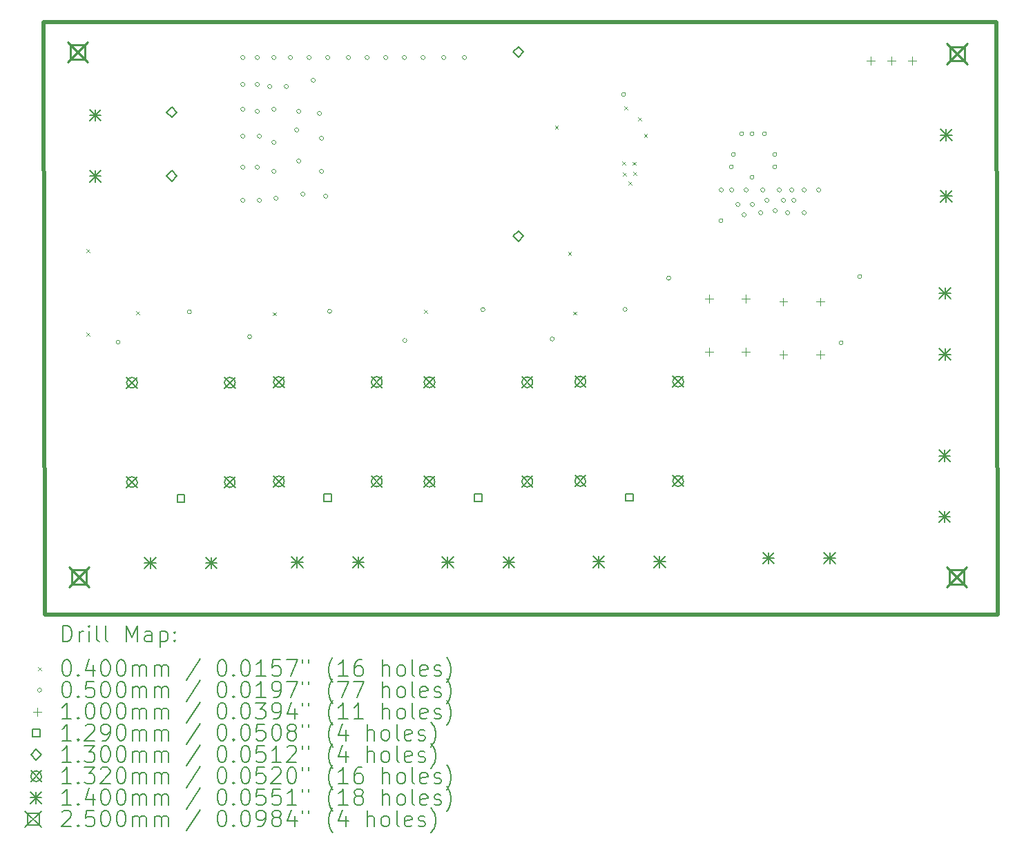
<source format=gbr>
%TF.GenerationSoftware,KiCad,Pcbnew,7.0.8*%
%TF.CreationDate,2024-09-18T17:34:40+05:30*%
%TF.ProjectId,Esp32_relay,45737033-325f-4726-956c-61792e6b6963,rev?*%
%TF.SameCoordinates,Original*%
%TF.FileFunction,Drillmap*%
%TF.FilePolarity,Positive*%
%FSLAX45Y45*%
G04 Gerber Fmt 4.5, Leading zero omitted, Abs format (unit mm)*
G04 Created by KiCad (PCBNEW 7.0.8) date 2024-09-18 17:34:40*
%MOMM*%
%LPD*%
G01*
G04 APERTURE LIST*
%ADD10C,0.500000*%
%ADD11C,0.200000*%
%ADD12C,0.040000*%
%ADD13C,0.050000*%
%ADD14C,0.100000*%
%ADD15C,0.129000*%
%ADD16C,0.130000*%
%ADD17C,0.132000*%
%ADD18C,0.140000*%
%ADD19C,0.250000*%
G04 APERTURE END LIST*
D10*
X6726940Y-4592320D02*
X16632940Y-4592320D01*
X18423640Y-11864340D02*
X6739640Y-11864340D01*
X18410940Y-4592320D02*
X18423640Y-11864340D01*
X16632940Y-4592320D02*
X18410940Y-4592320D01*
X6739640Y-11864340D02*
X6726940Y-4592320D01*
D11*
D12*
X7253040Y-7381560D02*
X7293040Y-7421560D01*
X7293040Y-7381560D02*
X7253040Y-7421560D01*
X7253040Y-8402640D02*
X7293040Y-8442640D01*
X7293040Y-8402640D02*
X7253040Y-8442640D01*
X7862640Y-8143560D02*
X7902640Y-8183560D01*
X7902640Y-8143560D02*
X7862640Y-8183560D01*
X9539040Y-8156260D02*
X9579040Y-8196260D01*
X9579040Y-8156260D02*
X9539040Y-8196260D01*
X11390700Y-8128320D02*
X11430700Y-8168320D01*
X11430700Y-8128320D02*
X11390700Y-8168320D01*
X12995980Y-5867720D02*
X13035980Y-5907720D01*
X13035980Y-5867720D02*
X12995980Y-5907720D01*
X13158540Y-7412040D02*
X13198540Y-7452040D01*
X13198540Y-7412040D02*
X13158540Y-7452040D01*
X13219500Y-8146100D02*
X13259500Y-8186100D01*
X13259500Y-8146100D02*
X13219500Y-8186100D01*
X13824020Y-6304600D02*
X13864020Y-6344600D01*
X13864020Y-6304600D02*
X13824020Y-6344600D01*
X13831640Y-6439220D02*
X13871640Y-6479220D01*
X13871640Y-6439220D02*
X13831640Y-6479220D01*
X13846880Y-5628960D02*
X13886880Y-5668960D01*
X13886880Y-5628960D02*
X13846880Y-5668960D01*
X13897680Y-6548440D02*
X13937680Y-6588440D01*
X13937680Y-6548440D02*
X13897680Y-6588440D01*
X13951020Y-6309680D02*
X13991020Y-6349680D01*
X13991020Y-6309680D02*
X13951020Y-6349680D01*
X13958640Y-6434140D02*
X13998640Y-6474140D01*
X13998640Y-6434140D02*
X13958640Y-6474140D01*
X14017060Y-5766120D02*
X14057060Y-5806120D01*
X14057060Y-5766120D02*
X14017060Y-5806120D01*
X14088180Y-5969320D02*
X14128180Y-6009320D01*
X14128180Y-5969320D02*
X14088180Y-6009320D01*
D13*
X7666340Y-8521700D02*
G75*
G03*
X7666340Y-8521700I-25000J0D01*
G01*
X8540100Y-8150860D02*
G75*
G03*
X8540100Y-8150860I-25000J0D01*
G01*
X9194400Y-5029200D02*
G75*
G03*
X9194400Y-5029200I-25000J0D01*
G01*
X9194400Y-5359400D02*
G75*
G03*
X9194400Y-5359400I-25000J0D01*
G01*
X9194400Y-5664200D02*
G75*
G03*
X9194400Y-5664200I-25000J0D01*
G01*
X9194400Y-5994400D02*
G75*
G03*
X9194400Y-5994400I-25000J0D01*
G01*
X9194400Y-6375400D02*
G75*
G03*
X9194400Y-6375400I-25000J0D01*
G01*
X9194400Y-6781800D02*
G75*
G03*
X9194400Y-6781800I-25000J0D01*
G01*
X9279240Y-8455660D02*
G75*
G03*
X9279240Y-8455660I-25000J0D01*
G01*
X9372200Y-5029200D02*
G75*
G03*
X9372200Y-5029200I-25000J0D01*
G01*
X9372200Y-5359400D02*
G75*
G03*
X9372200Y-5359400I-25000J0D01*
G01*
X9372200Y-5689600D02*
G75*
G03*
X9372200Y-5689600I-25000J0D01*
G01*
X9372200Y-6375400D02*
G75*
G03*
X9372200Y-6375400I-25000J0D01*
G01*
X9397600Y-5994400D02*
G75*
G03*
X9397600Y-5994400I-25000J0D01*
G01*
X9397600Y-6781800D02*
G75*
G03*
X9397600Y-6781800I-25000J0D01*
G01*
X9524600Y-5384800D02*
G75*
G03*
X9524600Y-5384800I-25000J0D01*
G01*
X9575400Y-5029200D02*
G75*
G03*
X9575400Y-5029200I-25000J0D01*
G01*
X9575400Y-5664200D02*
G75*
G03*
X9575400Y-5664200I-25000J0D01*
G01*
X9575400Y-6070600D02*
G75*
G03*
X9575400Y-6070600I-25000J0D01*
G01*
X9575400Y-6426200D02*
G75*
G03*
X9575400Y-6426200I-25000J0D01*
G01*
X9600800Y-6756400D02*
G75*
G03*
X9600800Y-6756400I-25000J0D01*
G01*
X9727800Y-5384800D02*
G75*
G03*
X9727800Y-5384800I-25000J0D01*
G01*
X9778600Y-5029200D02*
G75*
G03*
X9778600Y-5029200I-25000J0D01*
G01*
X9854800Y-5918200D02*
G75*
G03*
X9854800Y-5918200I-25000J0D01*
G01*
X9880200Y-5689600D02*
G75*
G03*
X9880200Y-5689600I-25000J0D01*
G01*
X9880200Y-6299200D02*
G75*
G03*
X9880200Y-6299200I-25000J0D01*
G01*
X9931000Y-6705600D02*
G75*
G03*
X9931000Y-6705600I-25000J0D01*
G01*
X10007200Y-5029200D02*
G75*
G03*
X10007200Y-5029200I-25000J0D01*
G01*
X10058000Y-5308600D02*
G75*
G03*
X10058000Y-5308600I-25000J0D01*
G01*
X10134200Y-5715000D02*
G75*
G03*
X10134200Y-5715000I-25000J0D01*
G01*
X10159600Y-6019800D02*
G75*
G03*
X10159600Y-6019800I-25000J0D01*
G01*
X10159600Y-6426200D02*
G75*
G03*
X10159600Y-6426200I-25000J0D01*
G01*
X10210400Y-6731000D02*
G75*
G03*
X10210400Y-6731000I-25000J0D01*
G01*
X10235800Y-5029200D02*
G75*
G03*
X10235800Y-5029200I-25000J0D01*
G01*
X10259680Y-8143240D02*
G75*
G03*
X10259680Y-8143240I-25000J0D01*
G01*
X10489800Y-5029200D02*
G75*
G03*
X10489800Y-5029200I-25000J0D01*
G01*
X10718400Y-5029200D02*
G75*
G03*
X10718400Y-5029200I-25000J0D01*
G01*
X10947000Y-5029200D02*
G75*
G03*
X10947000Y-5029200I-25000J0D01*
G01*
X11175600Y-5029200D02*
G75*
G03*
X11175600Y-5029200I-25000J0D01*
G01*
X11181700Y-8501380D02*
G75*
G03*
X11181700Y-8501380I-25000J0D01*
G01*
X11404200Y-5029200D02*
G75*
G03*
X11404200Y-5029200I-25000J0D01*
G01*
X11658200Y-5029200D02*
G75*
G03*
X11658200Y-5029200I-25000J0D01*
G01*
X11912200Y-5029200D02*
G75*
G03*
X11912200Y-5029200I-25000J0D01*
G01*
X12139280Y-8122920D02*
G75*
G03*
X12139280Y-8122920I-25000J0D01*
G01*
X12990180Y-8483600D02*
G75*
G03*
X12990180Y-8483600I-25000J0D01*
G01*
X13863940Y-5481320D02*
G75*
G03*
X13863940Y-5481320I-25000J0D01*
G01*
X13881720Y-8120380D02*
G75*
G03*
X13881720Y-8120380I-25000J0D01*
G01*
X14416920Y-7736100D02*
G75*
G03*
X14416920Y-7736100I-25000J0D01*
G01*
X15057740Y-7030720D02*
G75*
G03*
X15057740Y-7030720I-25000J0D01*
G01*
X15061800Y-6654800D02*
G75*
G03*
X15061800Y-6654800I-25000J0D01*
G01*
X15184740Y-6370320D02*
G75*
G03*
X15184740Y-6370320I-25000J0D01*
G01*
X15188800Y-6654800D02*
G75*
G03*
X15188800Y-6654800I-25000J0D01*
G01*
X15210140Y-6217920D02*
G75*
G03*
X15210140Y-6217920I-25000J0D01*
G01*
X15265000Y-6832600D02*
G75*
G03*
X15265000Y-6832600I-25000J0D01*
G01*
X15311740Y-5963920D02*
G75*
G03*
X15311740Y-5963920I-25000J0D01*
G01*
X15341200Y-6959600D02*
G75*
G03*
X15341200Y-6959600I-25000J0D01*
G01*
X15366600Y-6654800D02*
G75*
G03*
X15366600Y-6654800I-25000J0D01*
G01*
X15438740Y-5963920D02*
G75*
G03*
X15438740Y-5963920I-25000J0D01*
G01*
X15438740Y-6497320D02*
G75*
G03*
X15438740Y-6497320I-25000J0D01*
G01*
X15442800Y-6832600D02*
G75*
G03*
X15442800Y-6832600I-25000J0D01*
G01*
X15544400Y-6934200D02*
G75*
G03*
X15544400Y-6934200I-25000J0D01*
G01*
X15569800Y-6654800D02*
G75*
G03*
X15569800Y-6654800I-25000J0D01*
G01*
X15591140Y-5963920D02*
G75*
G03*
X15591140Y-5963920I-25000J0D01*
G01*
X15620600Y-6781800D02*
G75*
G03*
X15620600Y-6781800I-25000J0D01*
G01*
X15718140Y-6217920D02*
G75*
G03*
X15718140Y-6217920I-25000J0D01*
G01*
X15718140Y-6370320D02*
G75*
G03*
X15718140Y-6370320I-25000J0D01*
G01*
X15722200Y-6908800D02*
G75*
G03*
X15722200Y-6908800I-25000J0D01*
G01*
X15773000Y-6654800D02*
G75*
G03*
X15773000Y-6654800I-25000J0D01*
G01*
X15823800Y-6781800D02*
G75*
G03*
X15823800Y-6781800I-25000J0D01*
G01*
X15874600Y-6934200D02*
G75*
G03*
X15874600Y-6934200I-25000J0D01*
G01*
X15925400Y-6654800D02*
G75*
G03*
X15925400Y-6654800I-25000J0D01*
G01*
X15950800Y-6781800D02*
G75*
G03*
X15950800Y-6781800I-25000J0D01*
G01*
X16077800Y-6654800D02*
G75*
G03*
X16077800Y-6654800I-25000J0D01*
G01*
X16077800Y-6934200D02*
G75*
G03*
X16077800Y-6934200I-25000J0D01*
G01*
X16255600Y-6654800D02*
G75*
G03*
X16255600Y-6654800I-25000J0D01*
G01*
X16530940Y-8529320D02*
G75*
G03*
X16530940Y-8529320I-25000J0D01*
G01*
X16759540Y-7716520D02*
G75*
G03*
X16759540Y-7716520I-25000J0D01*
G01*
D14*
X14885420Y-7941080D02*
X14885420Y-8041080D01*
X14835420Y-7991080D02*
X14935420Y-7991080D01*
X14885420Y-8591080D02*
X14885420Y-8691080D01*
X14835420Y-8641080D02*
X14935420Y-8641080D01*
X15335420Y-7941080D02*
X15335420Y-8041080D01*
X15285420Y-7991080D02*
X15385420Y-7991080D01*
X15335420Y-8591080D02*
X15335420Y-8691080D01*
X15285420Y-8641080D02*
X15385420Y-8641080D01*
X15798340Y-7976520D02*
X15798340Y-8076520D01*
X15748340Y-8026520D02*
X15848340Y-8026520D01*
X15798340Y-8626520D02*
X15798340Y-8726520D01*
X15748340Y-8676520D02*
X15848340Y-8676520D01*
X16248340Y-7976520D02*
X16248340Y-8076520D01*
X16198340Y-8026520D02*
X16298340Y-8026520D01*
X16248340Y-8626520D02*
X16248340Y-8726520D01*
X16198340Y-8676520D02*
X16298340Y-8676520D01*
X16871700Y-5014760D02*
X16871700Y-5114760D01*
X16821700Y-5064760D02*
X16921700Y-5064760D01*
X17125700Y-5014760D02*
X17125700Y-5114760D01*
X17075700Y-5064760D02*
X17175700Y-5064760D01*
X17379700Y-5014760D02*
X17379700Y-5114760D01*
X17329700Y-5064760D02*
X17429700Y-5064760D01*
D15*
X8456009Y-10485669D02*
X8456009Y-10394451D01*
X8364791Y-10394451D01*
X8364791Y-10485669D01*
X8456009Y-10485669D01*
X10257429Y-10477389D02*
X10257429Y-10386171D01*
X10166211Y-10386171D01*
X10166211Y-10477389D01*
X10257429Y-10477389D01*
X12103449Y-10480069D02*
X12103449Y-10388851D01*
X12012231Y-10388851D01*
X12012231Y-10480069D01*
X12103449Y-10480069D01*
X13953129Y-10472309D02*
X13953129Y-10381091D01*
X13861911Y-10381091D01*
X13861911Y-10472309D01*
X13953129Y-10472309D01*
D16*
X8298690Y-5765920D02*
X8363690Y-5700920D01*
X8298690Y-5635920D01*
X8233690Y-5700920D01*
X8298690Y-5765920D01*
X8298690Y-6545920D02*
X8363690Y-6480920D01*
X8298690Y-6415920D01*
X8233690Y-6480920D01*
X8298690Y-6545920D01*
X12548690Y-5025920D02*
X12613690Y-4960920D01*
X12548690Y-4895920D01*
X12483690Y-4960920D01*
X12548690Y-5025920D01*
X12548690Y-7285920D02*
X12613690Y-7220920D01*
X12548690Y-7155920D01*
X12483690Y-7220920D01*
X12548690Y-7285920D01*
D17*
X7744400Y-8954060D02*
X7876400Y-9086060D01*
X7876400Y-8954060D02*
X7744400Y-9086060D01*
X7876400Y-9020060D02*
G75*
G03*
X7876400Y-9020060I-66000J0D01*
G01*
X7744400Y-10174060D02*
X7876400Y-10306060D01*
X7876400Y-10174060D02*
X7744400Y-10306060D01*
X7876400Y-10240060D02*
G75*
G03*
X7876400Y-10240060I-66000J0D01*
G01*
X8944400Y-8954060D02*
X9076400Y-9086060D01*
X9076400Y-8954060D02*
X8944400Y-9086060D01*
X9076400Y-9020060D02*
G75*
G03*
X9076400Y-9020060I-66000J0D01*
G01*
X8944400Y-10174060D02*
X9076400Y-10306060D01*
X9076400Y-10174060D02*
X8944400Y-10306060D01*
X9076400Y-10240060D02*
G75*
G03*
X9076400Y-10240060I-66000J0D01*
G01*
X9545820Y-8945780D02*
X9677820Y-9077780D01*
X9677820Y-8945780D02*
X9545820Y-9077780D01*
X9677820Y-9011780D02*
G75*
G03*
X9677820Y-9011780I-66000J0D01*
G01*
X9545820Y-10165780D02*
X9677820Y-10297780D01*
X9677820Y-10165780D02*
X9545820Y-10297780D01*
X9677820Y-10231780D02*
G75*
G03*
X9677820Y-10231780I-66000J0D01*
G01*
X10745820Y-8945780D02*
X10877820Y-9077780D01*
X10877820Y-8945780D02*
X10745820Y-9077780D01*
X10877820Y-9011780D02*
G75*
G03*
X10877820Y-9011780I-66000J0D01*
G01*
X10745820Y-10165780D02*
X10877820Y-10297780D01*
X10877820Y-10165780D02*
X10745820Y-10297780D01*
X10877820Y-10231780D02*
G75*
G03*
X10877820Y-10231780I-66000J0D01*
G01*
X11391840Y-8948460D02*
X11523840Y-9080460D01*
X11523840Y-8948460D02*
X11391840Y-9080460D01*
X11523840Y-9014460D02*
G75*
G03*
X11523840Y-9014460I-66000J0D01*
G01*
X11391840Y-10168460D02*
X11523840Y-10300460D01*
X11523840Y-10168460D02*
X11391840Y-10300460D01*
X11523840Y-10234460D02*
G75*
G03*
X11523840Y-10234460I-66000J0D01*
G01*
X12591840Y-8948460D02*
X12723840Y-9080460D01*
X12723840Y-8948460D02*
X12591840Y-9080460D01*
X12723840Y-9014460D02*
G75*
G03*
X12723840Y-9014460I-66000J0D01*
G01*
X12591840Y-10168460D02*
X12723840Y-10300460D01*
X12723840Y-10168460D02*
X12591840Y-10300460D01*
X12723840Y-10234460D02*
G75*
G03*
X12723840Y-10234460I-66000J0D01*
G01*
X13241520Y-8940700D02*
X13373520Y-9072700D01*
X13373520Y-8940700D02*
X13241520Y-9072700D01*
X13373520Y-9006700D02*
G75*
G03*
X13373520Y-9006700I-66000J0D01*
G01*
X13241520Y-10160700D02*
X13373520Y-10292700D01*
X13373520Y-10160700D02*
X13241520Y-10292700D01*
X13373520Y-10226700D02*
G75*
G03*
X13373520Y-10226700I-66000J0D01*
G01*
X14441520Y-8940700D02*
X14573520Y-9072700D01*
X14573520Y-8940700D02*
X14441520Y-9072700D01*
X14573520Y-9006700D02*
G75*
G03*
X14573520Y-9006700I-66000J0D01*
G01*
X14441520Y-10160700D02*
X14573520Y-10292700D01*
X14573520Y-10160700D02*
X14441520Y-10292700D01*
X14573520Y-10226700D02*
G75*
G03*
X14573520Y-10226700I-66000J0D01*
G01*
D18*
X7291940Y-5665320D02*
X7431940Y-5805320D01*
X7431940Y-5665320D02*
X7291940Y-5805320D01*
X7361940Y-5665320D02*
X7361940Y-5805320D01*
X7291940Y-5735320D02*
X7431940Y-5735320D01*
X7291940Y-6415320D02*
X7431940Y-6555320D01*
X7431940Y-6415320D02*
X7291940Y-6555320D01*
X7361940Y-6415320D02*
X7361940Y-6555320D01*
X7291940Y-6485320D02*
X7431940Y-6485320D01*
X7965400Y-11160660D02*
X8105400Y-11300660D01*
X8105400Y-11160660D02*
X7965400Y-11300660D01*
X8035400Y-11160660D02*
X8035400Y-11300660D01*
X7965400Y-11230660D02*
X8105400Y-11230660D01*
X8715400Y-11160660D02*
X8855400Y-11300660D01*
X8855400Y-11160660D02*
X8715400Y-11300660D01*
X8785400Y-11160660D02*
X8785400Y-11300660D01*
X8715400Y-11230660D02*
X8855400Y-11230660D01*
X9766820Y-11151980D02*
X9906820Y-11291980D01*
X9906820Y-11151980D02*
X9766820Y-11291980D01*
X9836820Y-11151980D02*
X9836820Y-11291980D01*
X9766820Y-11221980D02*
X9906820Y-11221980D01*
X10516820Y-11151980D02*
X10656820Y-11291980D01*
X10656820Y-11151980D02*
X10516820Y-11291980D01*
X10586820Y-11151980D02*
X10586820Y-11291980D01*
X10516820Y-11221980D02*
X10656820Y-11221980D01*
X11612840Y-11154660D02*
X11752840Y-11294660D01*
X11752840Y-11154660D02*
X11612840Y-11294660D01*
X11682840Y-11154660D02*
X11682840Y-11294660D01*
X11612840Y-11224660D02*
X11752840Y-11224660D01*
X12362840Y-11154660D02*
X12502840Y-11294660D01*
X12502840Y-11154660D02*
X12362840Y-11294660D01*
X12432840Y-11154660D02*
X12432840Y-11294660D01*
X12362840Y-11224660D02*
X12502840Y-11224660D01*
X13462520Y-11146900D02*
X13602520Y-11286900D01*
X13602520Y-11146900D02*
X13462520Y-11286900D01*
X13532520Y-11146900D02*
X13532520Y-11286900D01*
X13462520Y-11216900D02*
X13602520Y-11216900D01*
X14212520Y-11146900D02*
X14352520Y-11286900D01*
X14352520Y-11146900D02*
X14212520Y-11286900D01*
X14282520Y-11146900D02*
X14282520Y-11286900D01*
X14212520Y-11216900D02*
X14352520Y-11216900D01*
X15546240Y-11100920D02*
X15686240Y-11240920D01*
X15686240Y-11100920D02*
X15546240Y-11240920D01*
X15616240Y-11100920D02*
X15616240Y-11240920D01*
X15546240Y-11170920D02*
X15686240Y-11170920D01*
X16296240Y-11100920D02*
X16436240Y-11240920D01*
X16436240Y-11100920D02*
X16296240Y-11240920D01*
X16366240Y-11100920D02*
X16366240Y-11240920D01*
X16296240Y-11170920D02*
X16436240Y-11170920D01*
X17705940Y-9846160D02*
X17845940Y-9986160D01*
X17845940Y-9846160D02*
X17705940Y-9986160D01*
X17775940Y-9846160D02*
X17775940Y-9986160D01*
X17705940Y-9916160D02*
X17845940Y-9916160D01*
X17705940Y-10596160D02*
X17845940Y-10736160D01*
X17845940Y-10596160D02*
X17705940Y-10736160D01*
X17775940Y-10596160D02*
X17775940Y-10736160D01*
X17705940Y-10666160D02*
X17845940Y-10666160D01*
X17711020Y-7852260D02*
X17851020Y-7992260D01*
X17851020Y-7852260D02*
X17711020Y-7992260D01*
X17781020Y-7852260D02*
X17781020Y-7992260D01*
X17711020Y-7922260D02*
X17851020Y-7922260D01*
X17711020Y-8602260D02*
X17851020Y-8742260D01*
X17851020Y-8602260D02*
X17711020Y-8742260D01*
X17781020Y-8602260D02*
X17781020Y-8742260D01*
X17711020Y-8672260D02*
X17851020Y-8672260D01*
X17726260Y-5910080D02*
X17866260Y-6050080D01*
X17866260Y-5910080D02*
X17726260Y-6050080D01*
X17796260Y-5910080D02*
X17796260Y-6050080D01*
X17726260Y-5980080D02*
X17866260Y-5980080D01*
X17726260Y-6660080D02*
X17866260Y-6800080D01*
X17866260Y-6660080D02*
X17726260Y-6800080D01*
X17796260Y-6660080D02*
X17796260Y-6800080D01*
X17726260Y-6730080D02*
X17866260Y-6730080D01*
D19*
X7018500Y-4838160D02*
X7268500Y-5088160D01*
X7268500Y-4838160D02*
X7018500Y-5088160D01*
X7231889Y-5051549D02*
X7231889Y-4874771D01*
X7055111Y-4874771D01*
X7055111Y-5051549D01*
X7231889Y-5051549D01*
X7036280Y-11282140D02*
X7286280Y-11532140D01*
X7286280Y-11282140D02*
X7036280Y-11532140D01*
X7249669Y-11495529D02*
X7249669Y-11318751D01*
X7072891Y-11318751D01*
X7072891Y-11495529D01*
X7249669Y-11495529D01*
X17798260Y-11282140D02*
X18048260Y-11532140D01*
X18048260Y-11282140D02*
X17798260Y-11532140D01*
X18011649Y-11495529D02*
X18011649Y-11318751D01*
X17834871Y-11318751D01*
X17834871Y-11495529D01*
X18011649Y-11495529D01*
X17803340Y-4858480D02*
X18053340Y-5108480D01*
X18053340Y-4858480D02*
X17803340Y-5108480D01*
X18016729Y-5071869D02*
X18016729Y-4895091D01*
X17839951Y-4895091D01*
X17839951Y-5071869D01*
X18016729Y-5071869D01*
D11*
X6962717Y-12200824D02*
X6962717Y-12000824D01*
X6962717Y-12000824D02*
X7010336Y-12000824D01*
X7010336Y-12000824D02*
X7038907Y-12010348D01*
X7038907Y-12010348D02*
X7057955Y-12029395D01*
X7057955Y-12029395D02*
X7067479Y-12048443D01*
X7067479Y-12048443D02*
X7077002Y-12086538D01*
X7077002Y-12086538D02*
X7077002Y-12115109D01*
X7077002Y-12115109D02*
X7067479Y-12153205D01*
X7067479Y-12153205D02*
X7057955Y-12172252D01*
X7057955Y-12172252D02*
X7038907Y-12191300D01*
X7038907Y-12191300D02*
X7010336Y-12200824D01*
X7010336Y-12200824D02*
X6962717Y-12200824D01*
X7162717Y-12200824D02*
X7162717Y-12067490D01*
X7162717Y-12105586D02*
X7172241Y-12086538D01*
X7172241Y-12086538D02*
X7181764Y-12077014D01*
X7181764Y-12077014D02*
X7200812Y-12067490D01*
X7200812Y-12067490D02*
X7219860Y-12067490D01*
X7286526Y-12200824D02*
X7286526Y-12067490D01*
X7286526Y-12000824D02*
X7277002Y-12010348D01*
X7277002Y-12010348D02*
X7286526Y-12019871D01*
X7286526Y-12019871D02*
X7296050Y-12010348D01*
X7296050Y-12010348D02*
X7286526Y-12000824D01*
X7286526Y-12000824D02*
X7286526Y-12019871D01*
X7410336Y-12200824D02*
X7391288Y-12191300D01*
X7391288Y-12191300D02*
X7381764Y-12172252D01*
X7381764Y-12172252D02*
X7381764Y-12000824D01*
X7515098Y-12200824D02*
X7496050Y-12191300D01*
X7496050Y-12191300D02*
X7486526Y-12172252D01*
X7486526Y-12172252D02*
X7486526Y-12000824D01*
X7743669Y-12200824D02*
X7743669Y-12000824D01*
X7743669Y-12000824D02*
X7810336Y-12143681D01*
X7810336Y-12143681D02*
X7877002Y-12000824D01*
X7877002Y-12000824D02*
X7877002Y-12200824D01*
X8057955Y-12200824D02*
X8057955Y-12096062D01*
X8057955Y-12096062D02*
X8048431Y-12077014D01*
X8048431Y-12077014D02*
X8029383Y-12067490D01*
X8029383Y-12067490D02*
X7991288Y-12067490D01*
X7991288Y-12067490D02*
X7972241Y-12077014D01*
X8057955Y-12191300D02*
X8038907Y-12200824D01*
X8038907Y-12200824D02*
X7991288Y-12200824D01*
X7991288Y-12200824D02*
X7972241Y-12191300D01*
X7972241Y-12191300D02*
X7962717Y-12172252D01*
X7962717Y-12172252D02*
X7962717Y-12153205D01*
X7962717Y-12153205D02*
X7972241Y-12134157D01*
X7972241Y-12134157D02*
X7991288Y-12124633D01*
X7991288Y-12124633D02*
X8038907Y-12124633D01*
X8038907Y-12124633D02*
X8057955Y-12115109D01*
X8153193Y-12067490D02*
X8153193Y-12267490D01*
X8153193Y-12077014D02*
X8172241Y-12067490D01*
X8172241Y-12067490D02*
X8210336Y-12067490D01*
X8210336Y-12067490D02*
X8229383Y-12077014D01*
X8229383Y-12077014D02*
X8238907Y-12086538D01*
X8238907Y-12086538D02*
X8248431Y-12105586D01*
X8248431Y-12105586D02*
X8248431Y-12162728D01*
X8248431Y-12162728D02*
X8238907Y-12181776D01*
X8238907Y-12181776D02*
X8229383Y-12191300D01*
X8229383Y-12191300D02*
X8210336Y-12200824D01*
X8210336Y-12200824D02*
X8172241Y-12200824D01*
X8172241Y-12200824D02*
X8153193Y-12191300D01*
X8334145Y-12181776D02*
X8343669Y-12191300D01*
X8343669Y-12191300D02*
X8334145Y-12200824D01*
X8334145Y-12200824D02*
X8324622Y-12191300D01*
X8324622Y-12191300D02*
X8334145Y-12181776D01*
X8334145Y-12181776D02*
X8334145Y-12200824D01*
X8334145Y-12077014D02*
X8343669Y-12086538D01*
X8343669Y-12086538D02*
X8334145Y-12096062D01*
X8334145Y-12096062D02*
X8324622Y-12086538D01*
X8324622Y-12086538D02*
X8334145Y-12077014D01*
X8334145Y-12077014D02*
X8334145Y-12096062D01*
D12*
X6661940Y-12509340D02*
X6701940Y-12549340D01*
X6701940Y-12509340D02*
X6661940Y-12549340D01*
D11*
X7000812Y-12420824D02*
X7019860Y-12420824D01*
X7019860Y-12420824D02*
X7038907Y-12430348D01*
X7038907Y-12430348D02*
X7048431Y-12439871D01*
X7048431Y-12439871D02*
X7057955Y-12458919D01*
X7057955Y-12458919D02*
X7067479Y-12497014D01*
X7067479Y-12497014D02*
X7067479Y-12544633D01*
X7067479Y-12544633D02*
X7057955Y-12582728D01*
X7057955Y-12582728D02*
X7048431Y-12601776D01*
X7048431Y-12601776D02*
X7038907Y-12611300D01*
X7038907Y-12611300D02*
X7019860Y-12620824D01*
X7019860Y-12620824D02*
X7000812Y-12620824D01*
X7000812Y-12620824D02*
X6981764Y-12611300D01*
X6981764Y-12611300D02*
X6972241Y-12601776D01*
X6972241Y-12601776D02*
X6962717Y-12582728D01*
X6962717Y-12582728D02*
X6953193Y-12544633D01*
X6953193Y-12544633D02*
X6953193Y-12497014D01*
X6953193Y-12497014D02*
X6962717Y-12458919D01*
X6962717Y-12458919D02*
X6972241Y-12439871D01*
X6972241Y-12439871D02*
X6981764Y-12430348D01*
X6981764Y-12430348D02*
X7000812Y-12420824D01*
X7153193Y-12601776D02*
X7162717Y-12611300D01*
X7162717Y-12611300D02*
X7153193Y-12620824D01*
X7153193Y-12620824D02*
X7143669Y-12611300D01*
X7143669Y-12611300D02*
X7153193Y-12601776D01*
X7153193Y-12601776D02*
X7153193Y-12620824D01*
X7334145Y-12487490D02*
X7334145Y-12620824D01*
X7286526Y-12411300D02*
X7238907Y-12554157D01*
X7238907Y-12554157D02*
X7362717Y-12554157D01*
X7477002Y-12420824D02*
X7496050Y-12420824D01*
X7496050Y-12420824D02*
X7515098Y-12430348D01*
X7515098Y-12430348D02*
X7524622Y-12439871D01*
X7524622Y-12439871D02*
X7534145Y-12458919D01*
X7534145Y-12458919D02*
X7543669Y-12497014D01*
X7543669Y-12497014D02*
X7543669Y-12544633D01*
X7543669Y-12544633D02*
X7534145Y-12582728D01*
X7534145Y-12582728D02*
X7524622Y-12601776D01*
X7524622Y-12601776D02*
X7515098Y-12611300D01*
X7515098Y-12611300D02*
X7496050Y-12620824D01*
X7496050Y-12620824D02*
X7477002Y-12620824D01*
X7477002Y-12620824D02*
X7457955Y-12611300D01*
X7457955Y-12611300D02*
X7448431Y-12601776D01*
X7448431Y-12601776D02*
X7438907Y-12582728D01*
X7438907Y-12582728D02*
X7429383Y-12544633D01*
X7429383Y-12544633D02*
X7429383Y-12497014D01*
X7429383Y-12497014D02*
X7438907Y-12458919D01*
X7438907Y-12458919D02*
X7448431Y-12439871D01*
X7448431Y-12439871D02*
X7457955Y-12430348D01*
X7457955Y-12430348D02*
X7477002Y-12420824D01*
X7667479Y-12420824D02*
X7686526Y-12420824D01*
X7686526Y-12420824D02*
X7705574Y-12430348D01*
X7705574Y-12430348D02*
X7715098Y-12439871D01*
X7715098Y-12439871D02*
X7724622Y-12458919D01*
X7724622Y-12458919D02*
X7734145Y-12497014D01*
X7734145Y-12497014D02*
X7734145Y-12544633D01*
X7734145Y-12544633D02*
X7724622Y-12582728D01*
X7724622Y-12582728D02*
X7715098Y-12601776D01*
X7715098Y-12601776D02*
X7705574Y-12611300D01*
X7705574Y-12611300D02*
X7686526Y-12620824D01*
X7686526Y-12620824D02*
X7667479Y-12620824D01*
X7667479Y-12620824D02*
X7648431Y-12611300D01*
X7648431Y-12611300D02*
X7638907Y-12601776D01*
X7638907Y-12601776D02*
X7629383Y-12582728D01*
X7629383Y-12582728D02*
X7619860Y-12544633D01*
X7619860Y-12544633D02*
X7619860Y-12497014D01*
X7619860Y-12497014D02*
X7629383Y-12458919D01*
X7629383Y-12458919D02*
X7638907Y-12439871D01*
X7638907Y-12439871D02*
X7648431Y-12430348D01*
X7648431Y-12430348D02*
X7667479Y-12420824D01*
X7819860Y-12620824D02*
X7819860Y-12487490D01*
X7819860Y-12506538D02*
X7829383Y-12497014D01*
X7829383Y-12497014D02*
X7848431Y-12487490D01*
X7848431Y-12487490D02*
X7877003Y-12487490D01*
X7877003Y-12487490D02*
X7896050Y-12497014D01*
X7896050Y-12497014D02*
X7905574Y-12516062D01*
X7905574Y-12516062D02*
X7905574Y-12620824D01*
X7905574Y-12516062D02*
X7915098Y-12497014D01*
X7915098Y-12497014D02*
X7934145Y-12487490D01*
X7934145Y-12487490D02*
X7962717Y-12487490D01*
X7962717Y-12487490D02*
X7981764Y-12497014D01*
X7981764Y-12497014D02*
X7991288Y-12516062D01*
X7991288Y-12516062D02*
X7991288Y-12620824D01*
X8086526Y-12620824D02*
X8086526Y-12487490D01*
X8086526Y-12506538D02*
X8096050Y-12497014D01*
X8096050Y-12497014D02*
X8115098Y-12487490D01*
X8115098Y-12487490D02*
X8143669Y-12487490D01*
X8143669Y-12487490D02*
X8162717Y-12497014D01*
X8162717Y-12497014D02*
X8172241Y-12516062D01*
X8172241Y-12516062D02*
X8172241Y-12620824D01*
X8172241Y-12516062D02*
X8181764Y-12497014D01*
X8181764Y-12497014D02*
X8200812Y-12487490D01*
X8200812Y-12487490D02*
X8229383Y-12487490D01*
X8229383Y-12487490D02*
X8248431Y-12497014D01*
X8248431Y-12497014D02*
X8257955Y-12516062D01*
X8257955Y-12516062D02*
X8257955Y-12620824D01*
X8648431Y-12411300D02*
X8477003Y-12668443D01*
X8905574Y-12420824D02*
X8924622Y-12420824D01*
X8924622Y-12420824D02*
X8943669Y-12430348D01*
X8943669Y-12430348D02*
X8953193Y-12439871D01*
X8953193Y-12439871D02*
X8962717Y-12458919D01*
X8962717Y-12458919D02*
X8972241Y-12497014D01*
X8972241Y-12497014D02*
X8972241Y-12544633D01*
X8972241Y-12544633D02*
X8962717Y-12582728D01*
X8962717Y-12582728D02*
X8953193Y-12601776D01*
X8953193Y-12601776D02*
X8943669Y-12611300D01*
X8943669Y-12611300D02*
X8924622Y-12620824D01*
X8924622Y-12620824D02*
X8905574Y-12620824D01*
X8905574Y-12620824D02*
X8886527Y-12611300D01*
X8886527Y-12611300D02*
X8877003Y-12601776D01*
X8877003Y-12601776D02*
X8867479Y-12582728D01*
X8867479Y-12582728D02*
X8857955Y-12544633D01*
X8857955Y-12544633D02*
X8857955Y-12497014D01*
X8857955Y-12497014D02*
X8867479Y-12458919D01*
X8867479Y-12458919D02*
X8877003Y-12439871D01*
X8877003Y-12439871D02*
X8886527Y-12430348D01*
X8886527Y-12430348D02*
X8905574Y-12420824D01*
X9057955Y-12601776D02*
X9067479Y-12611300D01*
X9067479Y-12611300D02*
X9057955Y-12620824D01*
X9057955Y-12620824D02*
X9048431Y-12611300D01*
X9048431Y-12611300D02*
X9057955Y-12601776D01*
X9057955Y-12601776D02*
X9057955Y-12620824D01*
X9191288Y-12420824D02*
X9210336Y-12420824D01*
X9210336Y-12420824D02*
X9229384Y-12430348D01*
X9229384Y-12430348D02*
X9238908Y-12439871D01*
X9238908Y-12439871D02*
X9248431Y-12458919D01*
X9248431Y-12458919D02*
X9257955Y-12497014D01*
X9257955Y-12497014D02*
X9257955Y-12544633D01*
X9257955Y-12544633D02*
X9248431Y-12582728D01*
X9248431Y-12582728D02*
X9238908Y-12601776D01*
X9238908Y-12601776D02*
X9229384Y-12611300D01*
X9229384Y-12611300D02*
X9210336Y-12620824D01*
X9210336Y-12620824D02*
X9191288Y-12620824D01*
X9191288Y-12620824D02*
X9172241Y-12611300D01*
X9172241Y-12611300D02*
X9162717Y-12601776D01*
X9162717Y-12601776D02*
X9153193Y-12582728D01*
X9153193Y-12582728D02*
X9143669Y-12544633D01*
X9143669Y-12544633D02*
X9143669Y-12497014D01*
X9143669Y-12497014D02*
X9153193Y-12458919D01*
X9153193Y-12458919D02*
X9162717Y-12439871D01*
X9162717Y-12439871D02*
X9172241Y-12430348D01*
X9172241Y-12430348D02*
X9191288Y-12420824D01*
X9448431Y-12620824D02*
X9334146Y-12620824D01*
X9391288Y-12620824D02*
X9391288Y-12420824D01*
X9391288Y-12420824D02*
X9372241Y-12449395D01*
X9372241Y-12449395D02*
X9353193Y-12468443D01*
X9353193Y-12468443D02*
X9334146Y-12477967D01*
X9629384Y-12420824D02*
X9534146Y-12420824D01*
X9534146Y-12420824D02*
X9524622Y-12516062D01*
X9524622Y-12516062D02*
X9534146Y-12506538D01*
X9534146Y-12506538D02*
X9553193Y-12497014D01*
X9553193Y-12497014D02*
X9600812Y-12497014D01*
X9600812Y-12497014D02*
X9619860Y-12506538D01*
X9619860Y-12506538D02*
X9629384Y-12516062D01*
X9629384Y-12516062D02*
X9638908Y-12535109D01*
X9638908Y-12535109D02*
X9638908Y-12582728D01*
X9638908Y-12582728D02*
X9629384Y-12601776D01*
X9629384Y-12601776D02*
X9619860Y-12611300D01*
X9619860Y-12611300D02*
X9600812Y-12620824D01*
X9600812Y-12620824D02*
X9553193Y-12620824D01*
X9553193Y-12620824D02*
X9534146Y-12611300D01*
X9534146Y-12611300D02*
X9524622Y-12601776D01*
X9705574Y-12420824D02*
X9838908Y-12420824D01*
X9838908Y-12420824D02*
X9753193Y-12620824D01*
X9905574Y-12420824D02*
X9905574Y-12458919D01*
X9981765Y-12420824D02*
X9981765Y-12458919D01*
X10277003Y-12697014D02*
X10267479Y-12687490D01*
X10267479Y-12687490D02*
X10248431Y-12658919D01*
X10248431Y-12658919D02*
X10238908Y-12639871D01*
X10238908Y-12639871D02*
X10229384Y-12611300D01*
X10229384Y-12611300D02*
X10219860Y-12563681D01*
X10219860Y-12563681D02*
X10219860Y-12525586D01*
X10219860Y-12525586D02*
X10229384Y-12477967D01*
X10229384Y-12477967D02*
X10238908Y-12449395D01*
X10238908Y-12449395D02*
X10248431Y-12430348D01*
X10248431Y-12430348D02*
X10267479Y-12401776D01*
X10267479Y-12401776D02*
X10277003Y-12392252D01*
X10457955Y-12620824D02*
X10343670Y-12620824D01*
X10400812Y-12620824D02*
X10400812Y-12420824D01*
X10400812Y-12420824D02*
X10381765Y-12449395D01*
X10381765Y-12449395D02*
X10362717Y-12468443D01*
X10362717Y-12468443D02*
X10343670Y-12477967D01*
X10629384Y-12420824D02*
X10591289Y-12420824D01*
X10591289Y-12420824D02*
X10572241Y-12430348D01*
X10572241Y-12430348D02*
X10562717Y-12439871D01*
X10562717Y-12439871D02*
X10543670Y-12468443D01*
X10543670Y-12468443D02*
X10534146Y-12506538D01*
X10534146Y-12506538D02*
X10534146Y-12582728D01*
X10534146Y-12582728D02*
X10543670Y-12601776D01*
X10543670Y-12601776D02*
X10553193Y-12611300D01*
X10553193Y-12611300D02*
X10572241Y-12620824D01*
X10572241Y-12620824D02*
X10610336Y-12620824D01*
X10610336Y-12620824D02*
X10629384Y-12611300D01*
X10629384Y-12611300D02*
X10638908Y-12601776D01*
X10638908Y-12601776D02*
X10648431Y-12582728D01*
X10648431Y-12582728D02*
X10648431Y-12535109D01*
X10648431Y-12535109D02*
X10638908Y-12516062D01*
X10638908Y-12516062D02*
X10629384Y-12506538D01*
X10629384Y-12506538D02*
X10610336Y-12497014D01*
X10610336Y-12497014D02*
X10572241Y-12497014D01*
X10572241Y-12497014D02*
X10553193Y-12506538D01*
X10553193Y-12506538D02*
X10543670Y-12516062D01*
X10543670Y-12516062D02*
X10534146Y-12535109D01*
X10886527Y-12620824D02*
X10886527Y-12420824D01*
X10972241Y-12620824D02*
X10972241Y-12516062D01*
X10972241Y-12516062D02*
X10962717Y-12497014D01*
X10962717Y-12497014D02*
X10943670Y-12487490D01*
X10943670Y-12487490D02*
X10915098Y-12487490D01*
X10915098Y-12487490D02*
X10896051Y-12497014D01*
X10896051Y-12497014D02*
X10886527Y-12506538D01*
X11096051Y-12620824D02*
X11077003Y-12611300D01*
X11077003Y-12611300D02*
X11067479Y-12601776D01*
X11067479Y-12601776D02*
X11057955Y-12582728D01*
X11057955Y-12582728D02*
X11057955Y-12525586D01*
X11057955Y-12525586D02*
X11067479Y-12506538D01*
X11067479Y-12506538D02*
X11077003Y-12497014D01*
X11077003Y-12497014D02*
X11096051Y-12487490D01*
X11096051Y-12487490D02*
X11124622Y-12487490D01*
X11124622Y-12487490D02*
X11143670Y-12497014D01*
X11143670Y-12497014D02*
X11153193Y-12506538D01*
X11153193Y-12506538D02*
X11162717Y-12525586D01*
X11162717Y-12525586D02*
X11162717Y-12582728D01*
X11162717Y-12582728D02*
X11153193Y-12601776D01*
X11153193Y-12601776D02*
X11143670Y-12611300D01*
X11143670Y-12611300D02*
X11124622Y-12620824D01*
X11124622Y-12620824D02*
X11096051Y-12620824D01*
X11277003Y-12620824D02*
X11257955Y-12611300D01*
X11257955Y-12611300D02*
X11248431Y-12592252D01*
X11248431Y-12592252D02*
X11248431Y-12420824D01*
X11429384Y-12611300D02*
X11410336Y-12620824D01*
X11410336Y-12620824D02*
X11372241Y-12620824D01*
X11372241Y-12620824D02*
X11353193Y-12611300D01*
X11353193Y-12611300D02*
X11343670Y-12592252D01*
X11343670Y-12592252D02*
X11343670Y-12516062D01*
X11343670Y-12516062D02*
X11353193Y-12497014D01*
X11353193Y-12497014D02*
X11372241Y-12487490D01*
X11372241Y-12487490D02*
X11410336Y-12487490D01*
X11410336Y-12487490D02*
X11429384Y-12497014D01*
X11429384Y-12497014D02*
X11438908Y-12516062D01*
X11438908Y-12516062D02*
X11438908Y-12535109D01*
X11438908Y-12535109D02*
X11343670Y-12554157D01*
X11515098Y-12611300D02*
X11534146Y-12620824D01*
X11534146Y-12620824D02*
X11572241Y-12620824D01*
X11572241Y-12620824D02*
X11591289Y-12611300D01*
X11591289Y-12611300D02*
X11600812Y-12592252D01*
X11600812Y-12592252D02*
X11600812Y-12582728D01*
X11600812Y-12582728D02*
X11591289Y-12563681D01*
X11591289Y-12563681D02*
X11572241Y-12554157D01*
X11572241Y-12554157D02*
X11543670Y-12554157D01*
X11543670Y-12554157D02*
X11524622Y-12544633D01*
X11524622Y-12544633D02*
X11515098Y-12525586D01*
X11515098Y-12525586D02*
X11515098Y-12516062D01*
X11515098Y-12516062D02*
X11524622Y-12497014D01*
X11524622Y-12497014D02*
X11543670Y-12487490D01*
X11543670Y-12487490D02*
X11572241Y-12487490D01*
X11572241Y-12487490D02*
X11591289Y-12497014D01*
X11667479Y-12697014D02*
X11677003Y-12687490D01*
X11677003Y-12687490D02*
X11696051Y-12658919D01*
X11696051Y-12658919D02*
X11705574Y-12639871D01*
X11705574Y-12639871D02*
X11715098Y-12611300D01*
X11715098Y-12611300D02*
X11724622Y-12563681D01*
X11724622Y-12563681D02*
X11724622Y-12525586D01*
X11724622Y-12525586D02*
X11715098Y-12477967D01*
X11715098Y-12477967D02*
X11705574Y-12449395D01*
X11705574Y-12449395D02*
X11696051Y-12430348D01*
X11696051Y-12430348D02*
X11677003Y-12401776D01*
X11677003Y-12401776D02*
X11667479Y-12392252D01*
D13*
X6701940Y-12793340D02*
G75*
G03*
X6701940Y-12793340I-25000J0D01*
G01*
D11*
X7000812Y-12684824D02*
X7019860Y-12684824D01*
X7019860Y-12684824D02*
X7038907Y-12694348D01*
X7038907Y-12694348D02*
X7048431Y-12703871D01*
X7048431Y-12703871D02*
X7057955Y-12722919D01*
X7057955Y-12722919D02*
X7067479Y-12761014D01*
X7067479Y-12761014D02*
X7067479Y-12808633D01*
X7067479Y-12808633D02*
X7057955Y-12846728D01*
X7057955Y-12846728D02*
X7048431Y-12865776D01*
X7048431Y-12865776D02*
X7038907Y-12875300D01*
X7038907Y-12875300D02*
X7019860Y-12884824D01*
X7019860Y-12884824D02*
X7000812Y-12884824D01*
X7000812Y-12884824D02*
X6981764Y-12875300D01*
X6981764Y-12875300D02*
X6972241Y-12865776D01*
X6972241Y-12865776D02*
X6962717Y-12846728D01*
X6962717Y-12846728D02*
X6953193Y-12808633D01*
X6953193Y-12808633D02*
X6953193Y-12761014D01*
X6953193Y-12761014D02*
X6962717Y-12722919D01*
X6962717Y-12722919D02*
X6972241Y-12703871D01*
X6972241Y-12703871D02*
X6981764Y-12694348D01*
X6981764Y-12694348D02*
X7000812Y-12684824D01*
X7153193Y-12865776D02*
X7162717Y-12875300D01*
X7162717Y-12875300D02*
X7153193Y-12884824D01*
X7153193Y-12884824D02*
X7143669Y-12875300D01*
X7143669Y-12875300D02*
X7153193Y-12865776D01*
X7153193Y-12865776D02*
X7153193Y-12884824D01*
X7343669Y-12684824D02*
X7248431Y-12684824D01*
X7248431Y-12684824D02*
X7238907Y-12780062D01*
X7238907Y-12780062D02*
X7248431Y-12770538D01*
X7248431Y-12770538D02*
X7267479Y-12761014D01*
X7267479Y-12761014D02*
X7315098Y-12761014D01*
X7315098Y-12761014D02*
X7334145Y-12770538D01*
X7334145Y-12770538D02*
X7343669Y-12780062D01*
X7343669Y-12780062D02*
X7353193Y-12799109D01*
X7353193Y-12799109D02*
X7353193Y-12846728D01*
X7353193Y-12846728D02*
X7343669Y-12865776D01*
X7343669Y-12865776D02*
X7334145Y-12875300D01*
X7334145Y-12875300D02*
X7315098Y-12884824D01*
X7315098Y-12884824D02*
X7267479Y-12884824D01*
X7267479Y-12884824D02*
X7248431Y-12875300D01*
X7248431Y-12875300D02*
X7238907Y-12865776D01*
X7477002Y-12684824D02*
X7496050Y-12684824D01*
X7496050Y-12684824D02*
X7515098Y-12694348D01*
X7515098Y-12694348D02*
X7524622Y-12703871D01*
X7524622Y-12703871D02*
X7534145Y-12722919D01*
X7534145Y-12722919D02*
X7543669Y-12761014D01*
X7543669Y-12761014D02*
X7543669Y-12808633D01*
X7543669Y-12808633D02*
X7534145Y-12846728D01*
X7534145Y-12846728D02*
X7524622Y-12865776D01*
X7524622Y-12865776D02*
X7515098Y-12875300D01*
X7515098Y-12875300D02*
X7496050Y-12884824D01*
X7496050Y-12884824D02*
X7477002Y-12884824D01*
X7477002Y-12884824D02*
X7457955Y-12875300D01*
X7457955Y-12875300D02*
X7448431Y-12865776D01*
X7448431Y-12865776D02*
X7438907Y-12846728D01*
X7438907Y-12846728D02*
X7429383Y-12808633D01*
X7429383Y-12808633D02*
X7429383Y-12761014D01*
X7429383Y-12761014D02*
X7438907Y-12722919D01*
X7438907Y-12722919D02*
X7448431Y-12703871D01*
X7448431Y-12703871D02*
X7457955Y-12694348D01*
X7457955Y-12694348D02*
X7477002Y-12684824D01*
X7667479Y-12684824D02*
X7686526Y-12684824D01*
X7686526Y-12684824D02*
X7705574Y-12694348D01*
X7705574Y-12694348D02*
X7715098Y-12703871D01*
X7715098Y-12703871D02*
X7724622Y-12722919D01*
X7724622Y-12722919D02*
X7734145Y-12761014D01*
X7734145Y-12761014D02*
X7734145Y-12808633D01*
X7734145Y-12808633D02*
X7724622Y-12846728D01*
X7724622Y-12846728D02*
X7715098Y-12865776D01*
X7715098Y-12865776D02*
X7705574Y-12875300D01*
X7705574Y-12875300D02*
X7686526Y-12884824D01*
X7686526Y-12884824D02*
X7667479Y-12884824D01*
X7667479Y-12884824D02*
X7648431Y-12875300D01*
X7648431Y-12875300D02*
X7638907Y-12865776D01*
X7638907Y-12865776D02*
X7629383Y-12846728D01*
X7629383Y-12846728D02*
X7619860Y-12808633D01*
X7619860Y-12808633D02*
X7619860Y-12761014D01*
X7619860Y-12761014D02*
X7629383Y-12722919D01*
X7629383Y-12722919D02*
X7638907Y-12703871D01*
X7638907Y-12703871D02*
X7648431Y-12694348D01*
X7648431Y-12694348D02*
X7667479Y-12684824D01*
X7819860Y-12884824D02*
X7819860Y-12751490D01*
X7819860Y-12770538D02*
X7829383Y-12761014D01*
X7829383Y-12761014D02*
X7848431Y-12751490D01*
X7848431Y-12751490D02*
X7877003Y-12751490D01*
X7877003Y-12751490D02*
X7896050Y-12761014D01*
X7896050Y-12761014D02*
X7905574Y-12780062D01*
X7905574Y-12780062D02*
X7905574Y-12884824D01*
X7905574Y-12780062D02*
X7915098Y-12761014D01*
X7915098Y-12761014D02*
X7934145Y-12751490D01*
X7934145Y-12751490D02*
X7962717Y-12751490D01*
X7962717Y-12751490D02*
X7981764Y-12761014D01*
X7981764Y-12761014D02*
X7991288Y-12780062D01*
X7991288Y-12780062D02*
X7991288Y-12884824D01*
X8086526Y-12884824D02*
X8086526Y-12751490D01*
X8086526Y-12770538D02*
X8096050Y-12761014D01*
X8096050Y-12761014D02*
X8115098Y-12751490D01*
X8115098Y-12751490D02*
X8143669Y-12751490D01*
X8143669Y-12751490D02*
X8162717Y-12761014D01*
X8162717Y-12761014D02*
X8172241Y-12780062D01*
X8172241Y-12780062D02*
X8172241Y-12884824D01*
X8172241Y-12780062D02*
X8181764Y-12761014D01*
X8181764Y-12761014D02*
X8200812Y-12751490D01*
X8200812Y-12751490D02*
X8229383Y-12751490D01*
X8229383Y-12751490D02*
X8248431Y-12761014D01*
X8248431Y-12761014D02*
X8257955Y-12780062D01*
X8257955Y-12780062D02*
X8257955Y-12884824D01*
X8648431Y-12675300D02*
X8477003Y-12932443D01*
X8905574Y-12684824D02*
X8924622Y-12684824D01*
X8924622Y-12684824D02*
X8943669Y-12694348D01*
X8943669Y-12694348D02*
X8953193Y-12703871D01*
X8953193Y-12703871D02*
X8962717Y-12722919D01*
X8962717Y-12722919D02*
X8972241Y-12761014D01*
X8972241Y-12761014D02*
X8972241Y-12808633D01*
X8972241Y-12808633D02*
X8962717Y-12846728D01*
X8962717Y-12846728D02*
X8953193Y-12865776D01*
X8953193Y-12865776D02*
X8943669Y-12875300D01*
X8943669Y-12875300D02*
X8924622Y-12884824D01*
X8924622Y-12884824D02*
X8905574Y-12884824D01*
X8905574Y-12884824D02*
X8886527Y-12875300D01*
X8886527Y-12875300D02*
X8877003Y-12865776D01*
X8877003Y-12865776D02*
X8867479Y-12846728D01*
X8867479Y-12846728D02*
X8857955Y-12808633D01*
X8857955Y-12808633D02*
X8857955Y-12761014D01*
X8857955Y-12761014D02*
X8867479Y-12722919D01*
X8867479Y-12722919D02*
X8877003Y-12703871D01*
X8877003Y-12703871D02*
X8886527Y-12694348D01*
X8886527Y-12694348D02*
X8905574Y-12684824D01*
X9057955Y-12865776D02*
X9067479Y-12875300D01*
X9067479Y-12875300D02*
X9057955Y-12884824D01*
X9057955Y-12884824D02*
X9048431Y-12875300D01*
X9048431Y-12875300D02*
X9057955Y-12865776D01*
X9057955Y-12865776D02*
X9057955Y-12884824D01*
X9191288Y-12684824D02*
X9210336Y-12684824D01*
X9210336Y-12684824D02*
X9229384Y-12694348D01*
X9229384Y-12694348D02*
X9238908Y-12703871D01*
X9238908Y-12703871D02*
X9248431Y-12722919D01*
X9248431Y-12722919D02*
X9257955Y-12761014D01*
X9257955Y-12761014D02*
X9257955Y-12808633D01*
X9257955Y-12808633D02*
X9248431Y-12846728D01*
X9248431Y-12846728D02*
X9238908Y-12865776D01*
X9238908Y-12865776D02*
X9229384Y-12875300D01*
X9229384Y-12875300D02*
X9210336Y-12884824D01*
X9210336Y-12884824D02*
X9191288Y-12884824D01*
X9191288Y-12884824D02*
X9172241Y-12875300D01*
X9172241Y-12875300D02*
X9162717Y-12865776D01*
X9162717Y-12865776D02*
X9153193Y-12846728D01*
X9153193Y-12846728D02*
X9143669Y-12808633D01*
X9143669Y-12808633D02*
X9143669Y-12761014D01*
X9143669Y-12761014D02*
X9153193Y-12722919D01*
X9153193Y-12722919D02*
X9162717Y-12703871D01*
X9162717Y-12703871D02*
X9172241Y-12694348D01*
X9172241Y-12694348D02*
X9191288Y-12684824D01*
X9448431Y-12884824D02*
X9334146Y-12884824D01*
X9391288Y-12884824D02*
X9391288Y-12684824D01*
X9391288Y-12684824D02*
X9372241Y-12713395D01*
X9372241Y-12713395D02*
X9353193Y-12732443D01*
X9353193Y-12732443D02*
X9334146Y-12741967D01*
X9543669Y-12884824D02*
X9581765Y-12884824D01*
X9581765Y-12884824D02*
X9600812Y-12875300D01*
X9600812Y-12875300D02*
X9610336Y-12865776D01*
X9610336Y-12865776D02*
X9629384Y-12837205D01*
X9629384Y-12837205D02*
X9638908Y-12799109D01*
X9638908Y-12799109D02*
X9638908Y-12722919D01*
X9638908Y-12722919D02*
X9629384Y-12703871D01*
X9629384Y-12703871D02*
X9619860Y-12694348D01*
X9619860Y-12694348D02*
X9600812Y-12684824D01*
X9600812Y-12684824D02*
X9562717Y-12684824D01*
X9562717Y-12684824D02*
X9543669Y-12694348D01*
X9543669Y-12694348D02*
X9534146Y-12703871D01*
X9534146Y-12703871D02*
X9524622Y-12722919D01*
X9524622Y-12722919D02*
X9524622Y-12770538D01*
X9524622Y-12770538D02*
X9534146Y-12789586D01*
X9534146Y-12789586D02*
X9543669Y-12799109D01*
X9543669Y-12799109D02*
X9562717Y-12808633D01*
X9562717Y-12808633D02*
X9600812Y-12808633D01*
X9600812Y-12808633D02*
X9619860Y-12799109D01*
X9619860Y-12799109D02*
X9629384Y-12789586D01*
X9629384Y-12789586D02*
X9638908Y-12770538D01*
X9705574Y-12684824D02*
X9838908Y-12684824D01*
X9838908Y-12684824D02*
X9753193Y-12884824D01*
X9905574Y-12684824D02*
X9905574Y-12722919D01*
X9981765Y-12684824D02*
X9981765Y-12722919D01*
X10277003Y-12961014D02*
X10267479Y-12951490D01*
X10267479Y-12951490D02*
X10248431Y-12922919D01*
X10248431Y-12922919D02*
X10238908Y-12903871D01*
X10238908Y-12903871D02*
X10229384Y-12875300D01*
X10229384Y-12875300D02*
X10219860Y-12827681D01*
X10219860Y-12827681D02*
X10219860Y-12789586D01*
X10219860Y-12789586D02*
X10229384Y-12741967D01*
X10229384Y-12741967D02*
X10238908Y-12713395D01*
X10238908Y-12713395D02*
X10248431Y-12694348D01*
X10248431Y-12694348D02*
X10267479Y-12665776D01*
X10267479Y-12665776D02*
X10277003Y-12656252D01*
X10334146Y-12684824D02*
X10467479Y-12684824D01*
X10467479Y-12684824D02*
X10381765Y-12884824D01*
X10524622Y-12684824D02*
X10657955Y-12684824D01*
X10657955Y-12684824D02*
X10572241Y-12884824D01*
X10886527Y-12884824D02*
X10886527Y-12684824D01*
X10972241Y-12884824D02*
X10972241Y-12780062D01*
X10972241Y-12780062D02*
X10962717Y-12761014D01*
X10962717Y-12761014D02*
X10943670Y-12751490D01*
X10943670Y-12751490D02*
X10915098Y-12751490D01*
X10915098Y-12751490D02*
X10896051Y-12761014D01*
X10896051Y-12761014D02*
X10886527Y-12770538D01*
X11096051Y-12884824D02*
X11077003Y-12875300D01*
X11077003Y-12875300D02*
X11067479Y-12865776D01*
X11067479Y-12865776D02*
X11057955Y-12846728D01*
X11057955Y-12846728D02*
X11057955Y-12789586D01*
X11057955Y-12789586D02*
X11067479Y-12770538D01*
X11067479Y-12770538D02*
X11077003Y-12761014D01*
X11077003Y-12761014D02*
X11096051Y-12751490D01*
X11096051Y-12751490D02*
X11124622Y-12751490D01*
X11124622Y-12751490D02*
X11143670Y-12761014D01*
X11143670Y-12761014D02*
X11153193Y-12770538D01*
X11153193Y-12770538D02*
X11162717Y-12789586D01*
X11162717Y-12789586D02*
X11162717Y-12846728D01*
X11162717Y-12846728D02*
X11153193Y-12865776D01*
X11153193Y-12865776D02*
X11143670Y-12875300D01*
X11143670Y-12875300D02*
X11124622Y-12884824D01*
X11124622Y-12884824D02*
X11096051Y-12884824D01*
X11277003Y-12884824D02*
X11257955Y-12875300D01*
X11257955Y-12875300D02*
X11248431Y-12856252D01*
X11248431Y-12856252D02*
X11248431Y-12684824D01*
X11429384Y-12875300D02*
X11410336Y-12884824D01*
X11410336Y-12884824D02*
X11372241Y-12884824D01*
X11372241Y-12884824D02*
X11353193Y-12875300D01*
X11353193Y-12875300D02*
X11343670Y-12856252D01*
X11343670Y-12856252D02*
X11343670Y-12780062D01*
X11343670Y-12780062D02*
X11353193Y-12761014D01*
X11353193Y-12761014D02*
X11372241Y-12751490D01*
X11372241Y-12751490D02*
X11410336Y-12751490D01*
X11410336Y-12751490D02*
X11429384Y-12761014D01*
X11429384Y-12761014D02*
X11438908Y-12780062D01*
X11438908Y-12780062D02*
X11438908Y-12799109D01*
X11438908Y-12799109D02*
X11343670Y-12818157D01*
X11515098Y-12875300D02*
X11534146Y-12884824D01*
X11534146Y-12884824D02*
X11572241Y-12884824D01*
X11572241Y-12884824D02*
X11591289Y-12875300D01*
X11591289Y-12875300D02*
X11600812Y-12856252D01*
X11600812Y-12856252D02*
X11600812Y-12846728D01*
X11600812Y-12846728D02*
X11591289Y-12827681D01*
X11591289Y-12827681D02*
X11572241Y-12818157D01*
X11572241Y-12818157D02*
X11543670Y-12818157D01*
X11543670Y-12818157D02*
X11524622Y-12808633D01*
X11524622Y-12808633D02*
X11515098Y-12789586D01*
X11515098Y-12789586D02*
X11515098Y-12780062D01*
X11515098Y-12780062D02*
X11524622Y-12761014D01*
X11524622Y-12761014D02*
X11543670Y-12751490D01*
X11543670Y-12751490D02*
X11572241Y-12751490D01*
X11572241Y-12751490D02*
X11591289Y-12761014D01*
X11667479Y-12961014D02*
X11677003Y-12951490D01*
X11677003Y-12951490D02*
X11696051Y-12922919D01*
X11696051Y-12922919D02*
X11705574Y-12903871D01*
X11705574Y-12903871D02*
X11715098Y-12875300D01*
X11715098Y-12875300D02*
X11724622Y-12827681D01*
X11724622Y-12827681D02*
X11724622Y-12789586D01*
X11724622Y-12789586D02*
X11715098Y-12741967D01*
X11715098Y-12741967D02*
X11705574Y-12713395D01*
X11705574Y-12713395D02*
X11696051Y-12694348D01*
X11696051Y-12694348D02*
X11677003Y-12665776D01*
X11677003Y-12665776D02*
X11667479Y-12656252D01*
D14*
X6651940Y-13007340D02*
X6651940Y-13107340D01*
X6601940Y-13057340D02*
X6701940Y-13057340D01*
D11*
X7067479Y-13148824D02*
X6953193Y-13148824D01*
X7010336Y-13148824D02*
X7010336Y-12948824D01*
X7010336Y-12948824D02*
X6991288Y-12977395D01*
X6991288Y-12977395D02*
X6972241Y-12996443D01*
X6972241Y-12996443D02*
X6953193Y-13005967D01*
X7153193Y-13129776D02*
X7162717Y-13139300D01*
X7162717Y-13139300D02*
X7153193Y-13148824D01*
X7153193Y-13148824D02*
X7143669Y-13139300D01*
X7143669Y-13139300D02*
X7153193Y-13129776D01*
X7153193Y-13129776D02*
X7153193Y-13148824D01*
X7286526Y-12948824D02*
X7305574Y-12948824D01*
X7305574Y-12948824D02*
X7324622Y-12958348D01*
X7324622Y-12958348D02*
X7334145Y-12967871D01*
X7334145Y-12967871D02*
X7343669Y-12986919D01*
X7343669Y-12986919D02*
X7353193Y-13025014D01*
X7353193Y-13025014D02*
X7353193Y-13072633D01*
X7353193Y-13072633D02*
X7343669Y-13110728D01*
X7343669Y-13110728D02*
X7334145Y-13129776D01*
X7334145Y-13129776D02*
X7324622Y-13139300D01*
X7324622Y-13139300D02*
X7305574Y-13148824D01*
X7305574Y-13148824D02*
X7286526Y-13148824D01*
X7286526Y-13148824D02*
X7267479Y-13139300D01*
X7267479Y-13139300D02*
X7257955Y-13129776D01*
X7257955Y-13129776D02*
X7248431Y-13110728D01*
X7248431Y-13110728D02*
X7238907Y-13072633D01*
X7238907Y-13072633D02*
X7238907Y-13025014D01*
X7238907Y-13025014D02*
X7248431Y-12986919D01*
X7248431Y-12986919D02*
X7257955Y-12967871D01*
X7257955Y-12967871D02*
X7267479Y-12958348D01*
X7267479Y-12958348D02*
X7286526Y-12948824D01*
X7477002Y-12948824D02*
X7496050Y-12948824D01*
X7496050Y-12948824D02*
X7515098Y-12958348D01*
X7515098Y-12958348D02*
X7524622Y-12967871D01*
X7524622Y-12967871D02*
X7534145Y-12986919D01*
X7534145Y-12986919D02*
X7543669Y-13025014D01*
X7543669Y-13025014D02*
X7543669Y-13072633D01*
X7543669Y-13072633D02*
X7534145Y-13110728D01*
X7534145Y-13110728D02*
X7524622Y-13129776D01*
X7524622Y-13129776D02*
X7515098Y-13139300D01*
X7515098Y-13139300D02*
X7496050Y-13148824D01*
X7496050Y-13148824D02*
X7477002Y-13148824D01*
X7477002Y-13148824D02*
X7457955Y-13139300D01*
X7457955Y-13139300D02*
X7448431Y-13129776D01*
X7448431Y-13129776D02*
X7438907Y-13110728D01*
X7438907Y-13110728D02*
X7429383Y-13072633D01*
X7429383Y-13072633D02*
X7429383Y-13025014D01*
X7429383Y-13025014D02*
X7438907Y-12986919D01*
X7438907Y-12986919D02*
X7448431Y-12967871D01*
X7448431Y-12967871D02*
X7457955Y-12958348D01*
X7457955Y-12958348D02*
X7477002Y-12948824D01*
X7667479Y-12948824D02*
X7686526Y-12948824D01*
X7686526Y-12948824D02*
X7705574Y-12958348D01*
X7705574Y-12958348D02*
X7715098Y-12967871D01*
X7715098Y-12967871D02*
X7724622Y-12986919D01*
X7724622Y-12986919D02*
X7734145Y-13025014D01*
X7734145Y-13025014D02*
X7734145Y-13072633D01*
X7734145Y-13072633D02*
X7724622Y-13110728D01*
X7724622Y-13110728D02*
X7715098Y-13129776D01*
X7715098Y-13129776D02*
X7705574Y-13139300D01*
X7705574Y-13139300D02*
X7686526Y-13148824D01*
X7686526Y-13148824D02*
X7667479Y-13148824D01*
X7667479Y-13148824D02*
X7648431Y-13139300D01*
X7648431Y-13139300D02*
X7638907Y-13129776D01*
X7638907Y-13129776D02*
X7629383Y-13110728D01*
X7629383Y-13110728D02*
X7619860Y-13072633D01*
X7619860Y-13072633D02*
X7619860Y-13025014D01*
X7619860Y-13025014D02*
X7629383Y-12986919D01*
X7629383Y-12986919D02*
X7638907Y-12967871D01*
X7638907Y-12967871D02*
X7648431Y-12958348D01*
X7648431Y-12958348D02*
X7667479Y-12948824D01*
X7819860Y-13148824D02*
X7819860Y-13015490D01*
X7819860Y-13034538D02*
X7829383Y-13025014D01*
X7829383Y-13025014D02*
X7848431Y-13015490D01*
X7848431Y-13015490D02*
X7877003Y-13015490D01*
X7877003Y-13015490D02*
X7896050Y-13025014D01*
X7896050Y-13025014D02*
X7905574Y-13044062D01*
X7905574Y-13044062D02*
X7905574Y-13148824D01*
X7905574Y-13044062D02*
X7915098Y-13025014D01*
X7915098Y-13025014D02*
X7934145Y-13015490D01*
X7934145Y-13015490D02*
X7962717Y-13015490D01*
X7962717Y-13015490D02*
X7981764Y-13025014D01*
X7981764Y-13025014D02*
X7991288Y-13044062D01*
X7991288Y-13044062D02*
X7991288Y-13148824D01*
X8086526Y-13148824D02*
X8086526Y-13015490D01*
X8086526Y-13034538D02*
X8096050Y-13025014D01*
X8096050Y-13025014D02*
X8115098Y-13015490D01*
X8115098Y-13015490D02*
X8143669Y-13015490D01*
X8143669Y-13015490D02*
X8162717Y-13025014D01*
X8162717Y-13025014D02*
X8172241Y-13044062D01*
X8172241Y-13044062D02*
X8172241Y-13148824D01*
X8172241Y-13044062D02*
X8181764Y-13025014D01*
X8181764Y-13025014D02*
X8200812Y-13015490D01*
X8200812Y-13015490D02*
X8229383Y-13015490D01*
X8229383Y-13015490D02*
X8248431Y-13025014D01*
X8248431Y-13025014D02*
X8257955Y-13044062D01*
X8257955Y-13044062D02*
X8257955Y-13148824D01*
X8648431Y-12939300D02*
X8477003Y-13196443D01*
X8905574Y-12948824D02*
X8924622Y-12948824D01*
X8924622Y-12948824D02*
X8943669Y-12958348D01*
X8943669Y-12958348D02*
X8953193Y-12967871D01*
X8953193Y-12967871D02*
X8962717Y-12986919D01*
X8962717Y-12986919D02*
X8972241Y-13025014D01*
X8972241Y-13025014D02*
X8972241Y-13072633D01*
X8972241Y-13072633D02*
X8962717Y-13110728D01*
X8962717Y-13110728D02*
X8953193Y-13129776D01*
X8953193Y-13129776D02*
X8943669Y-13139300D01*
X8943669Y-13139300D02*
X8924622Y-13148824D01*
X8924622Y-13148824D02*
X8905574Y-13148824D01*
X8905574Y-13148824D02*
X8886527Y-13139300D01*
X8886527Y-13139300D02*
X8877003Y-13129776D01*
X8877003Y-13129776D02*
X8867479Y-13110728D01*
X8867479Y-13110728D02*
X8857955Y-13072633D01*
X8857955Y-13072633D02*
X8857955Y-13025014D01*
X8857955Y-13025014D02*
X8867479Y-12986919D01*
X8867479Y-12986919D02*
X8877003Y-12967871D01*
X8877003Y-12967871D02*
X8886527Y-12958348D01*
X8886527Y-12958348D02*
X8905574Y-12948824D01*
X9057955Y-13129776D02*
X9067479Y-13139300D01*
X9067479Y-13139300D02*
X9057955Y-13148824D01*
X9057955Y-13148824D02*
X9048431Y-13139300D01*
X9048431Y-13139300D02*
X9057955Y-13129776D01*
X9057955Y-13129776D02*
X9057955Y-13148824D01*
X9191288Y-12948824D02*
X9210336Y-12948824D01*
X9210336Y-12948824D02*
X9229384Y-12958348D01*
X9229384Y-12958348D02*
X9238908Y-12967871D01*
X9238908Y-12967871D02*
X9248431Y-12986919D01*
X9248431Y-12986919D02*
X9257955Y-13025014D01*
X9257955Y-13025014D02*
X9257955Y-13072633D01*
X9257955Y-13072633D02*
X9248431Y-13110728D01*
X9248431Y-13110728D02*
X9238908Y-13129776D01*
X9238908Y-13129776D02*
X9229384Y-13139300D01*
X9229384Y-13139300D02*
X9210336Y-13148824D01*
X9210336Y-13148824D02*
X9191288Y-13148824D01*
X9191288Y-13148824D02*
X9172241Y-13139300D01*
X9172241Y-13139300D02*
X9162717Y-13129776D01*
X9162717Y-13129776D02*
X9153193Y-13110728D01*
X9153193Y-13110728D02*
X9143669Y-13072633D01*
X9143669Y-13072633D02*
X9143669Y-13025014D01*
X9143669Y-13025014D02*
X9153193Y-12986919D01*
X9153193Y-12986919D02*
X9162717Y-12967871D01*
X9162717Y-12967871D02*
X9172241Y-12958348D01*
X9172241Y-12958348D02*
X9191288Y-12948824D01*
X9324622Y-12948824D02*
X9448431Y-12948824D01*
X9448431Y-12948824D02*
X9381765Y-13025014D01*
X9381765Y-13025014D02*
X9410336Y-13025014D01*
X9410336Y-13025014D02*
X9429384Y-13034538D01*
X9429384Y-13034538D02*
X9438908Y-13044062D01*
X9438908Y-13044062D02*
X9448431Y-13063109D01*
X9448431Y-13063109D02*
X9448431Y-13110728D01*
X9448431Y-13110728D02*
X9438908Y-13129776D01*
X9438908Y-13129776D02*
X9429384Y-13139300D01*
X9429384Y-13139300D02*
X9410336Y-13148824D01*
X9410336Y-13148824D02*
X9353193Y-13148824D01*
X9353193Y-13148824D02*
X9334146Y-13139300D01*
X9334146Y-13139300D02*
X9324622Y-13129776D01*
X9543669Y-13148824D02*
X9581765Y-13148824D01*
X9581765Y-13148824D02*
X9600812Y-13139300D01*
X9600812Y-13139300D02*
X9610336Y-13129776D01*
X9610336Y-13129776D02*
X9629384Y-13101205D01*
X9629384Y-13101205D02*
X9638908Y-13063109D01*
X9638908Y-13063109D02*
X9638908Y-12986919D01*
X9638908Y-12986919D02*
X9629384Y-12967871D01*
X9629384Y-12967871D02*
X9619860Y-12958348D01*
X9619860Y-12958348D02*
X9600812Y-12948824D01*
X9600812Y-12948824D02*
X9562717Y-12948824D01*
X9562717Y-12948824D02*
X9543669Y-12958348D01*
X9543669Y-12958348D02*
X9534146Y-12967871D01*
X9534146Y-12967871D02*
X9524622Y-12986919D01*
X9524622Y-12986919D02*
X9524622Y-13034538D01*
X9524622Y-13034538D02*
X9534146Y-13053586D01*
X9534146Y-13053586D02*
X9543669Y-13063109D01*
X9543669Y-13063109D02*
X9562717Y-13072633D01*
X9562717Y-13072633D02*
X9600812Y-13072633D01*
X9600812Y-13072633D02*
X9619860Y-13063109D01*
X9619860Y-13063109D02*
X9629384Y-13053586D01*
X9629384Y-13053586D02*
X9638908Y-13034538D01*
X9810336Y-13015490D02*
X9810336Y-13148824D01*
X9762717Y-12939300D02*
X9715098Y-13082157D01*
X9715098Y-13082157D02*
X9838908Y-13082157D01*
X9905574Y-12948824D02*
X9905574Y-12986919D01*
X9981765Y-12948824D02*
X9981765Y-12986919D01*
X10277003Y-13225014D02*
X10267479Y-13215490D01*
X10267479Y-13215490D02*
X10248431Y-13186919D01*
X10248431Y-13186919D02*
X10238908Y-13167871D01*
X10238908Y-13167871D02*
X10229384Y-13139300D01*
X10229384Y-13139300D02*
X10219860Y-13091681D01*
X10219860Y-13091681D02*
X10219860Y-13053586D01*
X10219860Y-13053586D02*
X10229384Y-13005967D01*
X10229384Y-13005967D02*
X10238908Y-12977395D01*
X10238908Y-12977395D02*
X10248431Y-12958348D01*
X10248431Y-12958348D02*
X10267479Y-12929776D01*
X10267479Y-12929776D02*
X10277003Y-12920252D01*
X10457955Y-13148824D02*
X10343670Y-13148824D01*
X10400812Y-13148824D02*
X10400812Y-12948824D01*
X10400812Y-12948824D02*
X10381765Y-12977395D01*
X10381765Y-12977395D02*
X10362717Y-12996443D01*
X10362717Y-12996443D02*
X10343670Y-13005967D01*
X10648431Y-13148824D02*
X10534146Y-13148824D01*
X10591289Y-13148824D02*
X10591289Y-12948824D01*
X10591289Y-12948824D02*
X10572241Y-12977395D01*
X10572241Y-12977395D02*
X10553193Y-12996443D01*
X10553193Y-12996443D02*
X10534146Y-13005967D01*
X10886527Y-13148824D02*
X10886527Y-12948824D01*
X10972241Y-13148824D02*
X10972241Y-13044062D01*
X10972241Y-13044062D02*
X10962717Y-13025014D01*
X10962717Y-13025014D02*
X10943670Y-13015490D01*
X10943670Y-13015490D02*
X10915098Y-13015490D01*
X10915098Y-13015490D02*
X10896051Y-13025014D01*
X10896051Y-13025014D02*
X10886527Y-13034538D01*
X11096051Y-13148824D02*
X11077003Y-13139300D01*
X11077003Y-13139300D02*
X11067479Y-13129776D01*
X11067479Y-13129776D02*
X11057955Y-13110728D01*
X11057955Y-13110728D02*
X11057955Y-13053586D01*
X11057955Y-13053586D02*
X11067479Y-13034538D01*
X11067479Y-13034538D02*
X11077003Y-13025014D01*
X11077003Y-13025014D02*
X11096051Y-13015490D01*
X11096051Y-13015490D02*
X11124622Y-13015490D01*
X11124622Y-13015490D02*
X11143670Y-13025014D01*
X11143670Y-13025014D02*
X11153193Y-13034538D01*
X11153193Y-13034538D02*
X11162717Y-13053586D01*
X11162717Y-13053586D02*
X11162717Y-13110728D01*
X11162717Y-13110728D02*
X11153193Y-13129776D01*
X11153193Y-13129776D02*
X11143670Y-13139300D01*
X11143670Y-13139300D02*
X11124622Y-13148824D01*
X11124622Y-13148824D02*
X11096051Y-13148824D01*
X11277003Y-13148824D02*
X11257955Y-13139300D01*
X11257955Y-13139300D02*
X11248431Y-13120252D01*
X11248431Y-13120252D02*
X11248431Y-12948824D01*
X11429384Y-13139300D02*
X11410336Y-13148824D01*
X11410336Y-13148824D02*
X11372241Y-13148824D01*
X11372241Y-13148824D02*
X11353193Y-13139300D01*
X11353193Y-13139300D02*
X11343670Y-13120252D01*
X11343670Y-13120252D02*
X11343670Y-13044062D01*
X11343670Y-13044062D02*
X11353193Y-13025014D01*
X11353193Y-13025014D02*
X11372241Y-13015490D01*
X11372241Y-13015490D02*
X11410336Y-13015490D01*
X11410336Y-13015490D02*
X11429384Y-13025014D01*
X11429384Y-13025014D02*
X11438908Y-13044062D01*
X11438908Y-13044062D02*
X11438908Y-13063109D01*
X11438908Y-13063109D02*
X11343670Y-13082157D01*
X11515098Y-13139300D02*
X11534146Y-13148824D01*
X11534146Y-13148824D02*
X11572241Y-13148824D01*
X11572241Y-13148824D02*
X11591289Y-13139300D01*
X11591289Y-13139300D02*
X11600812Y-13120252D01*
X11600812Y-13120252D02*
X11600812Y-13110728D01*
X11600812Y-13110728D02*
X11591289Y-13091681D01*
X11591289Y-13091681D02*
X11572241Y-13082157D01*
X11572241Y-13082157D02*
X11543670Y-13082157D01*
X11543670Y-13082157D02*
X11524622Y-13072633D01*
X11524622Y-13072633D02*
X11515098Y-13053586D01*
X11515098Y-13053586D02*
X11515098Y-13044062D01*
X11515098Y-13044062D02*
X11524622Y-13025014D01*
X11524622Y-13025014D02*
X11543670Y-13015490D01*
X11543670Y-13015490D02*
X11572241Y-13015490D01*
X11572241Y-13015490D02*
X11591289Y-13025014D01*
X11667479Y-13225014D02*
X11677003Y-13215490D01*
X11677003Y-13215490D02*
X11696051Y-13186919D01*
X11696051Y-13186919D02*
X11705574Y-13167871D01*
X11705574Y-13167871D02*
X11715098Y-13139300D01*
X11715098Y-13139300D02*
X11724622Y-13091681D01*
X11724622Y-13091681D02*
X11724622Y-13053586D01*
X11724622Y-13053586D02*
X11715098Y-13005967D01*
X11715098Y-13005967D02*
X11705574Y-12977395D01*
X11705574Y-12977395D02*
X11696051Y-12958348D01*
X11696051Y-12958348D02*
X11677003Y-12929776D01*
X11677003Y-12929776D02*
X11667479Y-12920252D01*
D15*
X6683049Y-13366949D02*
X6683049Y-13275731D01*
X6591831Y-13275731D01*
X6591831Y-13366949D01*
X6683049Y-13366949D01*
D11*
X7067479Y-13412824D02*
X6953193Y-13412824D01*
X7010336Y-13412824D02*
X7010336Y-13212824D01*
X7010336Y-13212824D02*
X6991288Y-13241395D01*
X6991288Y-13241395D02*
X6972241Y-13260443D01*
X6972241Y-13260443D02*
X6953193Y-13269967D01*
X7153193Y-13393776D02*
X7162717Y-13403300D01*
X7162717Y-13403300D02*
X7153193Y-13412824D01*
X7153193Y-13412824D02*
X7143669Y-13403300D01*
X7143669Y-13403300D02*
X7153193Y-13393776D01*
X7153193Y-13393776D02*
X7153193Y-13412824D01*
X7238907Y-13231871D02*
X7248431Y-13222348D01*
X7248431Y-13222348D02*
X7267479Y-13212824D01*
X7267479Y-13212824D02*
X7315098Y-13212824D01*
X7315098Y-13212824D02*
X7334145Y-13222348D01*
X7334145Y-13222348D02*
X7343669Y-13231871D01*
X7343669Y-13231871D02*
X7353193Y-13250919D01*
X7353193Y-13250919D02*
X7353193Y-13269967D01*
X7353193Y-13269967D02*
X7343669Y-13298538D01*
X7343669Y-13298538D02*
X7229383Y-13412824D01*
X7229383Y-13412824D02*
X7353193Y-13412824D01*
X7448431Y-13412824D02*
X7486526Y-13412824D01*
X7486526Y-13412824D02*
X7505574Y-13403300D01*
X7505574Y-13403300D02*
X7515098Y-13393776D01*
X7515098Y-13393776D02*
X7534145Y-13365205D01*
X7534145Y-13365205D02*
X7543669Y-13327109D01*
X7543669Y-13327109D02*
X7543669Y-13250919D01*
X7543669Y-13250919D02*
X7534145Y-13231871D01*
X7534145Y-13231871D02*
X7524622Y-13222348D01*
X7524622Y-13222348D02*
X7505574Y-13212824D01*
X7505574Y-13212824D02*
X7467479Y-13212824D01*
X7467479Y-13212824D02*
X7448431Y-13222348D01*
X7448431Y-13222348D02*
X7438907Y-13231871D01*
X7438907Y-13231871D02*
X7429383Y-13250919D01*
X7429383Y-13250919D02*
X7429383Y-13298538D01*
X7429383Y-13298538D02*
X7438907Y-13317586D01*
X7438907Y-13317586D02*
X7448431Y-13327109D01*
X7448431Y-13327109D02*
X7467479Y-13336633D01*
X7467479Y-13336633D02*
X7505574Y-13336633D01*
X7505574Y-13336633D02*
X7524622Y-13327109D01*
X7524622Y-13327109D02*
X7534145Y-13317586D01*
X7534145Y-13317586D02*
X7543669Y-13298538D01*
X7667479Y-13212824D02*
X7686526Y-13212824D01*
X7686526Y-13212824D02*
X7705574Y-13222348D01*
X7705574Y-13222348D02*
X7715098Y-13231871D01*
X7715098Y-13231871D02*
X7724622Y-13250919D01*
X7724622Y-13250919D02*
X7734145Y-13289014D01*
X7734145Y-13289014D02*
X7734145Y-13336633D01*
X7734145Y-13336633D02*
X7724622Y-13374728D01*
X7724622Y-13374728D02*
X7715098Y-13393776D01*
X7715098Y-13393776D02*
X7705574Y-13403300D01*
X7705574Y-13403300D02*
X7686526Y-13412824D01*
X7686526Y-13412824D02*
X7667479Y-13412824D01*
X7667479Y-13412824D02*
X7648431Y-13403300D01*
X7648431Y-13403300D02*
X7638907Y-13393776D01*
X7638907Y-13393776D02*
X7629383Y-13374728D01*
X7629383Y-13374728D02*
X7619860Y-13336633D01*
X7619860Y-13336633D02*
X7619860Y-13289014D01*
X7619860Y-13289014D02*
X7629383Y-13250919D01*
X7629383Y-13250919D02*
X7638907Y-13231871D01*
X7638907Y-13231871D02*
X7648431Y-13222348D01*
X7648431Y-13222348D02*
X7667479Y-13212824D01*
X7819860Y-13412824D02*
X7819860Y-13279490D01*
X7819860Y-13298538D02*
X7829383Y-13289014D01*
X7829383Y-13289014D02*
X7848431Y-13279490D01*
X7848431Y-13279490D02*
X7877003Y-13279490D01*
X7877003Y-13279490D02*
X7896050Y-13289014D01*
X7896050Y-13289014D02*
X7905574Y-13308062D01*
X7905574Y-13308062D02*
X7905574Y-13412824D01*
X7905574Y-13308062D02*
X7915098Y-13289014D01*
X7915098Y-13289014D02*
X7934145Y-13279490D01*
X7934145Y-13279490D02*
X7962717Y-13279490D01*
X7962717Y-13279490D02*
X7981764Y-13289014D01*
X7981764Y-13289014D02*
X7991288Y-13308062D01*
X7991288Y-13308062D02*
X7991288Y-13412824D01*
X8086526Y-13412824D02*
X8086526Y-13279490D01*
X8086526Y-13298538D02*
X8096050Y-13289014D01*
X8096050Y-13289014D02*
X8115098Y-13279490D01*
X8115098Y-13279490D02*
X8143669Y-13279490D01*
X8143669Y-13279490D02*
X8162717Y-13289014D01*
X8162717Y-13289014D02*
X8172241Y-13308062D01*
X8172241Y-13308062D02*
X8172241Y-13412824D01*
X8172241Y-13308062D02*
X8181764Y-13289014D01*
X8181764Y-13289014D02*
X8200812Y-13279490D01*
X8200812Y-13279490D02*
X8229383Y-13279490D01*
X8229383Y-13279490D02*
X8248431Y-13289014D01*
X8248431Y-13289014D02*
X8257955Y-13308062D01*
X8257955Y-13308062D02*
X8257955Y-13412824D01*
X8648431Y-13203300D02*
X8477003Y-13460443D01*
X8905574Y-13212824D02*
X8924622Y-13212824D01*
X8924622Y-13212824D02*
X8943669Y-13222348D01*
X8943669Y-13222348D02*
X8953193Y-13231871D01*
X8953193Y-13231871D02*
X8962717Y-13250919D01*
X8962717Y-13250919D02*
X8972241Y-13289014D01*
X8972241Y-13289014D02*
X8972241Y-13336633D01*
X8972241Y-13336633D02*
X8962717Y-13374728D01*
X8962717Y-13374728D02*
X8953193Y-13393776D01*
X8953193Y-13393776D02*
X8943669Y-13403300D01*
X8943669Y-13403300D02*
X8924622Y-13412824D01*
X8924622Y-13412824D02*
X8905574Y-13412824D01*
X8905574Y-13412824D02*
X8886527Y-13403300D01*
X8886527Y-13403300D02*
X8877003Y-13393776D01*
X8877003Y-13393776D02*
X8867479Y-13374728D01*
X8867479Y-13374728D02*
X8857955Y-13336633D01*
X8857955Y-13336633D02*
X8857955Y-13289014D01*
X8857955Y-13289014D02*
X8867479Y-13250919D01*
X8867479Y-13250919D02*
X8877003Y-13231871D01*
X8877003Y-13231871D02*
X8886527Y-13222348D01*
X8886527Y-13222348D02*
X8905574Y-13212824D01*
X9057955Y-13393776D02*
X9067479Y-13403300D01*
X9067479Y-13403300D02*
X9057955Y-13412824D01*
X9057955Y-13412824D02*
X9048431Y-13403300D01*
X9048431Y-13403300D02*
X9057955Y-13393776D01*
X9057955Y-13393776D02*
X9057955Y-13412824D01*
X9191288Y-13212824D02*
X9210336Y-13212824D01*
X9210336Y-13212824D02*
X9229384Y-13222348D01*
X9229384Y-13222348D02*
X9238908Y-13231871D01*
X9238908Y-13231871D02*
X9248431Y-13250919D01*
X9248431Y-13250919D02*
X9257955Y-13289014D01*
X9257955Y-13289014D02*
X9257955Y-13336633D01*
X9257955Y-13336633D02*
X9248431Y-13374728D01*
X9248431Y-13374728D02*
X9238908Y-13393776D01*
X9238908Y-13393776D02*
X9229384Y-13403300D01*
X9229384Y-13403300D02*
X9210336Y-13412824D01*
X9210336Y-13412824D02*
X9191288Y-13412824D01*
X9191288Y-13412824D02*
X9172241Y-13403300D01*
X9172241Y-13403300D02*
X9162717Y-13393776D01*
X9162717Y-13393776D02*
X9153193Y-13374728D01*
X9153193Y-13374728D02*
X9143669Y-13336633D01*
X9143669Y-13336633D02*
X9143669Y-13289014D01*
X9143669Y-13289014D02*
X9153193Y-13250919D01*
X9153193Y-13250919D02*
X9162717Y-13231871D01*
X9162717Y-13231871D02*
X9172241Y-13222348D01*
X9172241Y-13222348D02*
X9191288Y-13212824D01*
X9438908Y-13212824D02*
X9343669Y-13212824D01*
X9343669Y-13212824D02*
X9334146Y-13308062D01*
X9334146Y-13308062D02*
X9343669Y-13298538D01*
X9343669Y-13298538D02*
X9362717Y-13289014D01*
X9362717Y-13289014D02*
X9410336Y-13289014D01*
X9410336Y-13289014D02*
X9429384Y-13298538D01*
X9429384Y-13298538D02*
X9438908Y-13308062D01*
X9438908Y-13308062D02*
X9448431Y-13327109D01*
X9448431Y-13327109D02*
X9448431Y-13374728D01*
X9448431Y-13374728D02*
X9438908Y-13393776D01*
X9438908Y-13393776D02*
X9429384Y-13403300D01*
X9429384Y-13403300D02*
X9410336Y-13412824D01*
X9410336Y-13412824D02*
X9362717Y-13412824D01*
X9362717Y-13412824D02*
X9343669Y-13403300D01*
X9343669Y-13403300D02*
X9334146Y-13393776D01*
X9572241Y-13212824D02*
X9591289Y-13212824D01*
X9591289Y-13212824D02*
X9610336Y-13222348D01*
X9610336Y-13222348D02*
X9619860Y-13231871D01*
X9619860Y-13231871D02*
X9629384Y-13250919D01*
X9629384Y-13250919D02*
X9638908Y-13289014D01*
X9638908Y-13289014D02*
X9638908Y-13336633D01*
X9638908Y-13336633D02*
X9629384Y-13374728D01*
X9629384Y-13374728D02*
X9619860Y-13393776D01*
X9619860Y-13393776D02*
X9610336Y-13403300D01*
X9610336Y-13403300D02*
X9591289Y-13412824D01*
X9591289Y-13412824D02*
X9572241Y-13412824D01*
X9572241Y-13412824D02*
X9553193Y-13403300D01*
X9553193Y-13403300D02*
X9543669Y-13393776D01*
X9543669Y-13393776D02*
X9534146Y-13374728D01*
X9534146Y-13374728D02*
X9524622Y-13336633D01*
X9524622Y-13336633D02*
X9524622Y-13289014D01*
X9524622Y-13289014D02*
X9534146Y-13250919D01*
X9534146Y-13250919D02*
X9543669Y-13231871D01*
X9543669Y-13231871D02*
X9553193Y-13222348D01*
X9553193Y-13222348D02*
X9572241Y-13212824D01*
X9753193Y-13298538D02*
X9734146Y-13289014D01*
X9734146Y-13289014D02*
X9724622Y-13279490D01*
X9724622Y-13279490D02*
X9715098Y-13260443D01*
X9715098Y-13260443D02*
X9715098Y-13250919D01*
X9715098Y-13250919D02*
X9724622Y-13231871D01*
X9724622Y-13231871D02*
X9734146Y-13222348D01*
X9734146Y-13222348D02*
X9753193Y-13212824D01*
X9753193Y-13212824D02*
X9791289Y-13212824D01*
X9791289Y-13212824D02*
X9810336Y-13222348D01*
X9810336Y-13222348D02*
X9819860Y-13231871D01*
X9819860Y-13231871D02*
X9829384Y-13250919D01*
X9829384Y-13250919D02*
X9829384Y-13260443D01*
X9829384Y-13260443D02*
X9819860Y-13279490D01*
X9819860Y-13279490D02*
X9810336Y-13289014D01*
X9810336Y-13289014D02*
X9791289Y-13298538D01*
X9791289Y-13298538D02*
X9753193Y-13298538D01*
X9753193Y-13298538D02*
X9734146Y-13308062D01*
X9734146Y-13308062D02*
X9724622Y-13317586D01*
X9724622Y-13317586D02*
X9715098Y-13336633D01*
X9715098Y-13336633D02*
X9715098Y-13374728D01*
X9715098Y-13374728D02*
X9724622Y-13393776D01*
X9724622Y-13393776D02*
X9734146Y-13403300D01*
X9734146Y-13403300D02*
X9753193Y-13412824D01*
X9753193Y-13412824D02*
X9791289Y-13412824D01*
X9791289Y-13412824D02*
X9810336Y-13403300D01*
X9810336Y-13403300D02*
X9819860Y-13393776D01*
X9819860Y-13393776D02*
X9829384Y-13374728D01*
X9829384Y-13374728D02*
X9829384Y-13336633D01*
X9829384Y-13336633D02*
X9819860Y-13317586D01*
X9819860Y-13317586D02*
X9810336Y-13308062D01*
X9810336Y-13308062D02*
X9791289Y-13298538D01*
X9905574Y-13212824D02*
X9905574Y-13250919D01*
X9981765Y-13212824D02*
X9981765Y-13250919D01*
X10277003Y-13489014D02*
X10267479Y-13479490D01*
X10267479Y-13479490D02*
X10248431Y-13450919D01*
X10248431Y-13450919D02*
X10238908Y-13431871D01*
X10238908Y-13431871D02*
X10229384Y-13403300D01*
X10229384Y-13403300D02*
X10219860Y-13355681D01*
X10219860Y-13355681D02*
X10219860Y-13317586D01*
X10219860Y-13317586D02*
X10229384Y-13269967D01*
X10229384Y-13269967D02*
X10238908Y-13241395D01*
X10238908Y-13241395D02*
X10248431Y-13222348D01*
X10248431Y-13222348D02*
X10267479Y-13193776D01*
X10267479Y-13193776D02*
X10277003Y-13184252D01*
X10438908Y-13279490D02*
X10438908Y-13412824D01*
X10391289Y-13203300D02*
X10343670Y-13346157D01*
X10343670Y-13346157D02*
X10467479Y-13346157D01*
X10696051Y-13412824D02*
X10696051Y-13212824D01*
X10781765Y-13412824D02*
X10781765Y-13308062D01*
X10781765Y-13308062D02*
X10772241Y-13289014D01*
X10772241Y-13289014D02*
X10753193Y-13279490D01*
X10753193Y-13279490D02*
X10724622Y-13279490D01*
X10724622Y-13279490D02*
X10705574Y-13289014D01*
X10705574Y-13289014D02*
X10696051Y-13298538D01*
X10905574Y-13412824D02*
X10886527Y-13403300D01*
X10886527Y-13403300D02*
X10877003Y-13393776D01*
X10877003Y-13393776D02*
X10867479Y-13374728D01*
X10867479Y-13374728D02*
X10867479Y-13317586D01*
X10867479Y-13317586D02*
X10877003Y-13298538D01*
X10877003Y-13298538D02*
X10886527Y-13289014D01*
X10886527Y-13289014D02*
X10905574Y-13279490D01*
X10905574Y-13279490D02*
X10934146Y-13279490D01*
X10934146Y-13279490D02*
X10953193Y-13289014D01*
X10953193Y-13289014D02*
X10962717Y-13298538D01*
X10962717Y-13298538D02*
X10972241Y-13317586D01*
X10972241Y-13317586D02*
X10972241Y-13374728D01*
X10972241Y-13374728D02*
X10962717Y-13393776D01*
X10962717Y-13393776D02*
X10953193Y-13403300D01*
X10953193Y-13403300D02*
X10934146Y-13412824D01*
X10934146Y-13412824D02*
X10905574Y-13412824D01*
X11086527Y-13412824D02*
X11067479Y-13403300D01*
X11067479Y-13403300D02*
X11057955Y-13384252D01*
X11057955Y-13384252D02*
X11057955Y-13212824D01*
X11238908Y-13403300D02*
X11219860Y-13412824D01*
X11219860Y-13412824D02*
X11181765Y-13412824D01*
X11181765Y-13412824D02*
X11162717Y-13403300D01*
X11162717Y-13403300D02*
X11153193Y-13384252D01*
X11153193Y-13384252D02*
X11153193Y-13308062D01*
X11153193Y-13308062D02*
X11162717Y-13289014D01*
X11162717Y-13289014D02*
X11181765Y-13279490D01*
X11181765Y-13279490D02*
X11219860Y-13279490D01*
X11219860Y-13279490D02*
X11238908Y-13289014D01*
X11238908Y-13289014D02*
X11248431Y-13308062D01*
X11248431Y-13308062D02*
X11248431Y-13327109D01*
X11248431Y-13327109D02*
X11153193Y-13346157D01*
X11324622Y-13403300D02*
X11343670Y-13412824D01*
X11343670Y-13412824D02*
X11381765Y-13412824D01*
X11381765Y-13412824D02*
X11400812Y-13403300D01*
X11400812Y-13403300D02*
X11410336Y-13384252D01*
X11410336Y-13384252D02*
X11410336Y-13374728D01*
X11410336Y-13374728D02*
X11400812Y-13355681D01*
X11400812Y-13355681D02*
X11381765Y-13346157D01*
X11381765Y-13346157D02*
X11353193Y-13346157D01*
X11353193Y-13346157D02*
X11334146Y-13336633D01*
X11334146Y-13336633D02*
X11324622Y-13317586D01*
X11324622Y-13317586D02*
X11324622Y-13308062D01*
X11324622Y-13308062D02*
X11334146Y-13289014D01*
X11334146Y-13289014D02*
X11353193Y-13279490D01*
X11353193Y-13279490D02*
X11381765Y-13279490D01*
X11381765Y-13279490D02*
X11400812Y-13289014D01*
X11477003Y-13489014D02*
X11486527Y-13479490D01*
X11486527Y-13479490D02*
X11505574Y-13450919D01*
X11505574Y-13450919D02*
X11515098Y-13431871D01*
X11515098Y-13431871D02*
X11524622Y-13403300D01*
X11524622Y-13403300D02*
X11534146Y-13355681D01*
X11534146Y-13355681D02*
X11534146Y-13317586D01*
X11534146Y-13317586D02*
X11524622Y-13269967D01*
X11524622Y-13269967D02*
X11515098Y-13241395D01*
X11515098Y-13241395D02*
X11505574Y-13222348D01*
X11505574Y-13222348D02*
X11486527Y-13193776D01*
X11486527Y-13193776D02*
X11477003Y-13184252D01*
D16*
X6636940Y-13650340D02*
X6701940Y-13585340D01*
X6636940Y-13520340D01*
X6571940Y-13585340D01*
X6636940Y-13650340D01*
D11*
X7067479Y-13676824D02*
X6953193Y-13676824D01*
X7010336Y-13676824D02*
X7010336Y-13476824D01*
X7010336Y-13476824D02*
X6991288Y-13505395D01*
X6991288Y-13505395D02*
X6972241Y-13524443D01*
X6972241Y-13524443D02*
X6953193Y-13533967D01*
X7153193Y-13657776D02*
X7162717Y-13667300D01*
X7162717Y-13667300D02*
X7153193Y-13676824D01*
X7153193Y-13676824D02*
X7143669Y-13667300D01*
X7143669Y-13667300D02*
X7153193Y-13657776D01*
X7153193Y-13657776D02*
X7153193Y-13676824D01*
X7229383Y-13476824D02*
X7353193Y-13476824D01*
X7353193Y-13476824D02*
X7286526Y-13553014D01*
X7286526Y-13553014D02*
X7315098Y-13553014D01*
X7315098Y-13553014D02*
X7334145Y-13562538D01*
X7334145Y-13562538D02*
X7343669Y-13572062D01*
X7343669Y-13572062D02*
X7353193Y-13591109D01*
X7353193Y-13591109D02*
X7353193Y-13638728D01*
X7353193Y-13638728D02*
X7343669Y-13657776D01*
X7343669Y-13657776D02*
X7334145Y-13667300D01*
X7334145Y-13667300D02*
X7315098Y-13676824D01*
X7315098Y-13676824D02*
X7257955Y-13676824D01*
X7257955Y-13676824D02*
X7238907Y-13667300D01*
X7238907Y-13667300D02*
X7229383Y-13657776D01*
X7477002Y-13476824D02*
X7496050Y-13476824D01*
X7496050Y-13476824D02*
X7515098Y-13486348D01*
X7515098Y-13486348D02*
X7524622Y-13495871D01*
X7524622Y-13495871D02*
X7534145Y-13514919D01*
X7534145Y-13514919D02*
X7543669Y-13553014D01*
X7543669Y-13553014D02*
X7543669Y-13600633D01*
X7543669Y-13600633D02*
X7534145Y-13638728D01*
X7534145Y-13638728D02*
X7524622Y-13657776D01*
X7524622Y-13657776D02*
X7515098Y-13667300D01*
X7515098Y-13667300D02*
X7496050Y-13676824D01*
X7496050Y-13676824D02*
X7477002Y-13676824D01*
X7477002Y-13676824D02*
X7457955Y-13667300D01*
X7457955Y-13667300D02*
X7448431Y-13657776D01*
X7448431Y-13657776D02*
X7438907Y-13638728D01*
X7438907Y-13638728D02*
X7429383Y-13600633D01*
X7429383Y-13600633D02*
X7429383Y-13553014D01*
X7429383Y-13553014D02*
X7438907Y-13514919D01*
X7438907Y-13514919D02*
X7448431Y-13495871D01*
X7448431Y-13495871D02*
X7457955Y-13486348D01*
X7457955Y-13486348D02*
X7477002Y-13476824D01*
X7667479Y-13476824D02*
X7686526Y-13476824D01*
X7686526Y-13476824D02*
X7705574Y-13486348D01*
X7705574Y-13486348D02*
X7715098Y-13495871D01*
X7715098Y-13495871D02*
X7724622Y-13514919D01*
X7724622Y-13514919D02*
X7734145Y-13553014D01*
X7734145Y-13553014D02*
X7734145Y-13600633D01*
X7734145Y-13600633D02*
X7724622Y-13638728D01*
X7724622Y-13638728D02*
X7715098Y-13657776D01*
X7715098Y-13657776D02*
X7705574Y-13667300D01*
X7705574Y-13667300D02*
X7686526Y-13676824D01*
X7686526Y-13676824D02*
X7667479Y-13676824D01*
X7667479Y-13676824D02*
X7648431Y-13667300D01*
X7648431Y-13667300D02*
X7638907Y-13657776D01*
X7638907Y-13657776D02*
X7629383Y-13638728D01*
X7629383Y-13638728D02*
X7619860Y-13600633D01*
X7619860Y-13600633D02*
X7619860Y-13553014D01*
X7619860Y-13553014D02*
X7629383Y-13514919D01*
X7629383Y-13514919D02*
X7638907Y-13495871D01*
X7638907Y-13495871D02*
X7648431Y-13486348D01*
X7648431Y-13486348D02*
X7667479Y-13476824D01*
X7819860Y-13676824D02*
X7819860Y-13543490D01*
X7819860Y-13562538D02*
X7829383Y-13553014D01*
X7829383Y-13553014D02*
X7848431Y-13543490D01*
X7848431Y-13543490D02*
X7877003Y-13543490D01*
X7877003Y-13543490D02*
X7896050Y-13553014D01*
X7896050Y-13553014D02*
X7905574Y-13572062D01*
X7905574Y-13572062D02*
X7905574Y-13676824D01*
X7905574Y-13572062D02*
X7915098Y-13553014D01*
X7915098Y-13553014D02*
X7934145Y-13543490D01*
X7934145Y-13543490D02*
X7962717Y-13543490D01*
X7962717Y-13543490D02*
X7981764Y-13553014D01*
X7981764Y-13553014D02*
X7991288Y-13572062D01*
X7991288Y-13572062D02*
X7991288Y-13676824D01*
X8086526Y-13676824D02*
X8086526Y-13543490D01*
X8086526Y-13562538D02*
X8096050Y-13553014D01*
X8096050Y-13553014D02*
X8115098Y-13543490D01*
X8115098Y-13543490D02*
X8143669Y-13543490D01*
X8143669Y-13543490D02*
X8162717Y-13553014D01*
X8162717Y-13553014D02*
X8172241Y-13572062D01*
X8172241Y-13572062D02*
X8172241Y-13676824D01*
X8172241Y-13572062D02*
X8181764Y-13553014D01*
X8181764Y-13553014D02*
X8200812Y-13543490D01*
X8200812Y-13543490D02*
X8229383Y-13543490D01*
X8229383Y-13543490D02*
X8248431Y-13553014D01*
X8248431Y-13553014D02*
X8257955Y-13572062D01*
X8257955Y-13572062D02*
X8257955Y-13676824D01*
X8648431Y-13467300D02*
X8477003Y-13724443D01*
X8905574Y-13476824D02*
X8924622Y-13476824D01*
X8924622Y-13476824D02*
X8943669Y-13486348D01*
X8943669Y-13486348D02*
X8953193Y-13495871D01*
X8953193Y-13495871D02*
X8962717Y-13514919D01*
X8962717Y-13514919D02*
X8972241Y-13553014D01*
X8972241Y-13553014D02*
X8972241Y-13600633D01*
X8972241Y-13600633D02*
X8962717Y-13638728D01*
X8962717Y-13638728D02*
X8953193Y-13657776D01*
X8953193Y-13657776D02*
X8943669Y-13667300D01*
X8943669Y-13667300D02*
X8924622Y-13676824D01*
X8924622Y-13676824D02*
X8905574Y-13676824D01*
X8905574Y-13676824D02*
X8886527Y-13667300D01*
X8886527Y-13667300D02*
X8877003Y-13657776D01*
X8877003Y-13657776D02*
X8867479Y-13638728D01*
X8867479Y-13638728D02*
X8857955Y-13600633D01*
X8857955Y-13600633D02*
X8857955Y-13553014D01*
X8857955Y-13553014D02*
X8867479Y-13514919D01*
X8867479Y-13514919D02*
X8877003Y-13495871D01*
X8877003Y-13495871D02*
X8886527Y-13486348D01*
X8886527Y-13486348D02*
X8905574Y-13476824D01*
X9057955Y-13657776D02*
X9067479Y-13667300D01*
X9067479Y-13667300D02*
X9057955Y-13676824D01*
X9057955Y-13676824D02*
X9048431Y-13667300D01*
X9048431Y-13667300D02*
X9057955Y-13657776D01*
X9057955Y-13657776D02*
X9057955Y-13676824D01*
X9191288Y-13476824D02*
X9210336Y-13476824D01*
X9210336Y-13476824D02*
X9229384Y-13486348D01*
X9229384Y-13486348D02*
X9238908Y-13495871D01*
X9238908Y-13495871D02*
X9248431Y-13514919D01*
X9248431Y-13514919D02*
X9257955Y-13553014D01*
X9257955Y-13553014D02*
X9257955Y-13600633D01*
X9257955Y-13600633D02*
X9248431Y-13638728D01*
X9248431Y-13638728D02*
X9238908Y-13657776D01*
X9238908Y-13657776D02*
X9229384Y-13667300D01*
X9229384Y-13667300D02*
X9210336Y-13676824D01*
X9210336Y-13676824D02*
X9191288Y-13676824D01*
X9191288Y-13676824D02*
X9172241Y-13667300D01*
X9172241Y-13667300D02*
X9162717Y-13657776D01*
X9162717Y-13657776D02*
X9153193Y-13638728D01*
X9153193Y-13638728D02*
X9143669Y-13600633D01*
X9143669Y-13600633D02*
X9143669Y-13553014D01*
X9143669Y-13553014D02*
X9153193Y-13514919D01*
X9153193Y-13514919D02*
X9162717Y-13495871D01*
X9162717Y-13495871D02*
X9172241Y-13486348D01*
X9172241Y-13486348D02*
X9191288Y-13476824D01*
X9438908Y-13476824D02*
X9343669Y-13476824D01*
X9343669Y-13476824D02*
X9334146Y-13572062D01*
X9334146Y-13572062D02*
X9343669Y-13562538D01*
X9343669Y-13562538D02*
X9362717Y-13553014D01*
X9362717Y-13553014D02*
X9410336Y-13553014D01*
X9410336Y-13553014D02*
X9429384Y-13562538D01*
X9429384Y-13562538D02*
X9438908Y-13572062D01*
X9438908Y-13572062D02*
X9448431Y-13591109D01*
X9448431Y-13591109D02*
X9448431Y-13638728D01*
X9448431Y-13638728D02*
X9438908Y-13657776D01*
X9438908Y-13657776D02*
X9429384Y-13667300D01*
X9429384Y-13667300D02*
X9410336Y-13676824D01*
X9410336Y-13676824D02*
X9362717Y-13676824D01*
X9362717Y-13676824D02*
X9343669Y-13667300D01*
X9343669Y-13667300D02*
X9334146Y-13657776D01*
X9638908Y-13676824D02*
X9524622Y-13676824D01*
X9581765Y-13676824D02*
X9581765Y-13476824D01*
X9581765Y-13476824D02*
X9562717Y-13505395D01*
X9562717Y-13505395D02*
X9543669Y-13524443D01*
X9543669Y-13524443D02*
X9524622Y-13533967D01*
X9715098Y-13495871D02*
X9724622Y-13486348D01*
X9724622Y-13486348D02*
X9743669Y-13476824D01*
X9743669Y-13476824D02*
X9791289Y-13476824D01*
X9791289Y-13476824D02*
X9810336Y-13486348D01*
X9810336Y-13486348D02*
X9819860Y-13495871D01*
X9819860Y-13495871D02*
X9829384Y-13514919D01*
X9829384Y-13514919D02*
X9829384Y-13533967D01*
X9829384Y-13533967D02*
X9819860Y-13562538D01*
X9819860Y-13562538D02*
X9705574Y-13676824D01*
X9705574Y-13676824D02*
X9829384Y-13676824D01*
X9905574Y-13476824D02*
X9905574Y-13514919D01*
X9981765Y-13476824D02*
X9981765Y-13514919D01*
X10277003Y-13753014D02*
X10267479Y-13743490D01*
X10267479Y-13743490D02*
X10248431Y-13714919D01*
X10248431Y-13714919D02*
X10238908Y-13695871D01*
X10238908Y-13695871D02*
X10229384Y-13667300D01*
X10229384Y-13667300D02*
X10219860Y-13619681D01*
X10219860Y-13619681D02*
X10219860Y-13581586D01*
X10219860Y-13581586D02*
X10229384Y-13533967D01*
X10229384Y-13533967D02*
X10238908Y-13505395D01*
X10238908Y-13505395D02*
X10248431Y-13486348D01*
X10248431Y-13486348D02*
X10267479Y-13457776D01*
X10267479Y-13457776D02*
X10277003Y-13448252D01*
X10438908Y-13543490D02*
X10438908Y-13676824D01*
X10391289Y-13467300D02*
X10343670Y-13610157D01*
X10343670Y-13610157D02*
X10467479Y-13610157D01*
X10696051Y-13676824D02*
X10696051Y-13476824D01*
X10781765Y-13676824D02*
X10781765Y-13572062D01*
X10781765Y-13572062D02*
X10772241Y-13553014D01*
X10772241Y-13553014D02*
X10753193Y-13543490D01*
X10753193Y-13543490D02*
X10724622Y-13543490D01*
X10724622Y-13543490D02*
X10705574Y-13553014D01*
X10705574Y-13553014D02*
X10696051Y-13562538D01*
X10905574Y-13676824D02*
X10886527Y-13667300D01*
X10886527Y-13667300D02*
X10877003Y-13657776D01*
X10877003Y-13657776D02*
X10867479Y-13638728D01*
X10867479Y-13638728D02*
X10867479Y-13581586D01*
X10867479Y-13581586D02*
X10877003Y-13562538D01*
X10877003Y-13562538D02*
X10886527Y-13553014D01*
X10886527Y-13553014D02*
X10905574Y-13543490D01*
X10905574Y-13543490D02*
X10934146Y-13543490D01*
X10934146Y-13543490D02*
X10953193Y-13553014D01*
X10953193Y-13553014D02*
X10962717Y-13562538D01*
X10962717Y-13562538D02*
X10972241Y-13581586D01*
X10972241Y-13581586D02*
X10972241Y-13638728D01*
X10972241Y-13638728D02*
X10962717Y-13657776D01*
X10962717Y-13657776D02*
X10953193Y-13667300D01*
X10953193Y-13667300D02*
X10934146Y-13676824D01*
X10934146Y-13676824D02*
X10905574Y-13676824D01*
X11086527Y-13676824D02*
X11067479Y-13667300D01*
X11067479Y-13667300D02*
X11057955Y-13648252D01*
X11057955Y-13648252D02*
X11057955Y-13476824D01*
X11238908Y-13667300D02*
X11219860Y-13676824D01*
X11219860Y-13676824D02*
X11181765Y-13676824D01*
X11181765Y-13676824D02*
X11162717Y-13667300D01*
X11162717Y-13667300D02*
X11153193Y-13648252D01*
X11153193Y-13648252D02*
X11153193Y-13572062D01*
X11153193Y-13572062D02*
X11162717Y-13553014D01*
X11162717Y-13553014D02*
X11181765Y-13543490D01*
X11181765Y-13543490D02*
X11219860Y-13543490D01*
X11219860Y-13543490D02*
X11238908Y-13553014D01*
X11238908Y-13553014D02*
X11248431Y-13572062D01*
X11248431Y-13572062D02*
X11248431Y-13591109D01*
X11248431Y-13591109D02*
X11153193Y-13610157D01*
X11324622Y-13667300D02*
X11343670Y-13676824D01*
X11343670Y-13676824D02*
X11381765Y-13676824D01*
X11381765Y-13676824D02*
X11400812Y-13667300D01*
X11400812Y-13667300D02*
X11410336Y-13648252D01*
X11410336Y-13648252D02*
X11410336Y-13638728D01*
X11410336Y-13638728D02*
X11400812Y-13619681D01*
X11400812Y-13619681D02*
X11381765Y-13610157D01*
X11381765Y-13610157D02*
X11353193Y-13610157D01*
X11353193Y-13610157D02*
X11334146Y-13600633D01*
X11334146Y-13600633D02*
X11324622Y-13581586D01*
X11324622Y-13581586D02*
X11324622Y-13572062D01*
X11324622Y-13572062D02*
X11334146Y-13553014D01*
X11334146Y-13553014D02*
X11353193Y-13543490D01*
X11353193Y-13543490D02*
X11381765Y-13543490D01*
X11381765Y-13543490D02*
X11400812Y-13553014D01*
X11477003Y-13753014D02*
X11486527Y-13743490D01*
X11486527Y-13743490D02*
X11505574Y-13714919D01*
X11505574Y-13714919D02*
X11515098Y-13695871D01*
X11515098Y-13695871D02*
X11524622Y-13667300D01*
X11524622Y-13667300D02*
X11534146Y-13619681D01*
X11534146Y-13619681D02*
X11534146Y-13581586D01*
X11534146Y-13581586D02*
X11524622Y-13533967D01*
X11524622Y-13533967D02*
X11515098Y-13505395D01*
X11515098Y-13505395D02*
X11505574Y-13486348D01*
X11505574Y-13486348D02*
X11486527Y-13457776D01*
X11486527Y-13457776D02*
X11477003Y-13448252D01*
D17*
X6569940Y-13783340D02*
X6701940Y-13915340D01*
X6701940Y-13783340D02*
X6569940Y-13915340D01*
X6701940Y-13849340D02*
G75*
G03*
X6701940Y-13849340I-66000J0D01*
G01*
D11*
X7067479Y-13940824D02*
X6953193Y-13940824D01*
X7010336Y-13940824D02*
X7010336Y-13740824D01*
X7010336Y-13740824D02*
X6991288Y-13769395D01*
X6991288Y-13769395D02*
X6972241Y-13788443D01*
X6972241Y-13788443D02*
X6953193Y-13797967D01*
X7153193Y-13921776D02*
X7162717Y-13931300D01*
X7162717Y-13931300D02*
X7153193Y-13940824D01*
X7153193Y-13940824D02*
X7143669Y-13931300D01*
X7143669Y-13931300D02*
X7153193Y-13921776D01*
X7153193Y-13921776D02*
X7153193Y-13940824D01*
X7229383Y-13740824D02*
X7353193Y-13740824D01*
X7353193Y-13740824D02*
X7286526Y-13817014D01*
X7286526Y-13817014D02*
X7315098Y-13817014D01*
X7315098Y-13817014D02*
X7334145Y-13826538D01*
X7334145Y-13826538D02*
X7343669Y-13836062D01*
X7343669Y-13836062D02*
X7353193Y-13855109D01*
X7353193Y-13855109D02*
X7353193Y-13902728D01*
X7353193Y-13902728D02*
X7343669Y-13921776D01*
X7343669Y-13921776D02*
X7334145Y-13931300D01*
X7334145Y-13931300D02*
X7315098Y-13940824D01*
X7315098Y-13940824D02*
X7257955Y-13940824D01*
X7257955Y-13940824D02*
X7238907Y-13931300D01*
X7238907Y-13931300D02*
X7229383Y-13921776D01*
X7429383Y-13759871D02*
X7438907Y-13750348D01*
X7438907Y-13750348D02*
X7457955Y-13740824D01*
X7457955Y-13740824D02*
X7505574Y-13740824D01*
X7505574Y-13740824D02*
X7524622Y-13750348D01*
X7524622Y-13750348D02*
X7534145Y-13759871D01*
X7534145Y-13759871D02*
X7543669Y-13778919D01*
X7543669Y-13778919D02*
X7543669Y-13797967D01*
X7543669Y-13797967D02*
X7534145Y-13826538D01*
X7534145Y-13826538D02*
X7419860Y-13940824D01*
X7419860Y-13940824D02*
X7543669Y-13940824D01*
X7667479Y-13740824D02*
X7686526Y-13740824D01*
X7686526Y-13740824D02*
X7705574Y-13750348D01*
X7705574Y-13750348D02*
X7715098Y-13759871D01*
X7715098Y-13759871D02*
X7724622Y-13778919D01*
X7724622Y-13778919D02*
X7734145Y-13817014D01*
X7734145Y-13817014D02*
X7734145Y-13864633D01*
X7734145Y-13864633D02*
X7724622Y-13902728D01*
X7724622Y-13902728D02*
X7715098Y-13921776D01*
X7715098Y-13921776D02*
X7705574Y-13931300D01*
X7705574Y-13931300D02*
X7686526Y-13940824D01*
X7686526Y-13940824D02*
X7667479Y-13940824D01*
X7667479Y-13940824D02*
X7648431Y-13931300D01*
X7648431Y-13931300D02*
X7638907Y-13921776D01*
X7638907Y-13921776D02*
X7629383Y-13902728D01*
X7629383Y-13902728D02*
X7619860Y-13864633D01*
X7619860Y-13864633D02*
X7619860Y-13817014D01*
X7619860Y-13817014D02*
X7629383Y-13778919D01*
X7629383Y-13778919D02*
X7638907Y-13759871D01*
X7638907Y-13759871D02*
X7648431Y-13750348D01*
X7648431Y-13750348D02*
X7667479Y-13740824D01*
X7819860Y-13940824D02*
X7819860Y-13807490D01*
X7819860Y-13826538D02*
X7829383Y-13817014D01*
X7829383Y-13817014D02*
X7848431Y-13807490D01*
X7848431Y-13807490D02*
X7877003Y-13807490D01*
X7877003Y-13807490D02*
X7896050Y-13817014D01*
X7896050Y-13817014D02*
X7905574Y-13836062D01*
X7905574Y-13836062D02*
X7905574Y-13940824D01*
X7905574Y-13836062D02*
X7915098Y-13817014D01*
X7915098Y-13817014D02*
X7934145Y-13807490D01*
X7934145Y-13807490D02*
X7962717Y-13807490D01*
X7962717Y-13807490D02*
X7981764Y-13817014D01*
X7981764Y-13817014D02*
X7991288Y-13836062D01*
X7991288Y-13836062D02*
X7991288Y-13940824D01*
X8086526Y-13940824D02*
X8086526Y-13807490D01*
X8086526Y-13826538D02*
X8096050Y-13817014D01*
X8096050Y-13817014D02*
X8115098Y-13807490D01*
X8115098Y-13807490D02*
X8143669Y-13807490D01*
X8143669Y-13807490D02*
X8162717Y-13817014D01*
X8162717Y-13817014D02*
X8172241Y-13836062D01*
X8172241Y-13836062D02*
X8172241Y-13940824D01*
X8172241Y-13836062D02*
X8181764Y-13817014D01*
X8181764Y-13817014D02*
X8200812Y-13807490D01*
X8200812Y-13807490D02*
X8229383Y-13807490D01*
X8229383Y-13807490D02*
X8248431Y-13817014D01*
X8248431Y-13817014D02*
X8257955Y-13836062D01*
X8257955Y-13836062D02*
X8257955Y-13940824D01*
X8648431Y-13731300D02*
X8477003Y-13988443D01*
X8905574Y-13740824D02*
X8924622Y-13740824D01*
X8924622Y-13740824D02*
X8943669Y-13750348D01*
X8943669Y-13750348D02*
X8953193Y-13759871D01*
X8953193Y-13759871D02*
X8962717Y-13778919D01*
X8962717Y-13778919D02*
X8972241Y-13817014D01*
X8972241Y-13817014D02*
X8972241Y-13864633D01*
X8972241Y-13864633D02*
X8962717Y-13902728D01*
X8962717Y-13902728D02*
X8953193Y-13921776D01*
X8953193Y-13921776D02*
X8943669Y-13931300D01*
X8943669Y-13931300D02*
X8924622Y-13940824D01*
X8924622Y-13940824D02*
X8905574Y-13940824D01*
X8905574Y-13940824D02*
X8886527Y-13931300D01*
X8886527Y-13931300D02*
X8877003Y-13921776D01*
X8877003Y-13921776D02*
X8867479Y-13902728D01*
X8867479Y-13902728D02*
X8857955Y-13864633D01*
X8857955Y-13864633D02*
X8857955Y-13817014D01*
X8857955Y-13817014D02*
X8867479Y-13778919D01*
X8867479Y-13778919D02*
X8877003Y-13759871D01*
X8877003Y-13759871D02*
X8886527Y-13750348D01*
X8886527Y-13750348D02*
X8905574Y-13740824D01*
X9057955Y-13921776D02*
X9067479Y-13931300D01*
X9067479Y-13931300D02*
X9057955Y-13940824D01*
X9057955Y-13940824D02*
X9048431Y-13931300D01*
X9048431Y-13931300D02*
X9057955Y-13921776D01*
X9057955Y-13921776D02*
X9057955Y-13940824D01*
X9191288Y-13740824D02*
X9210336Y-13740824D01*
X9210336Y-13740824D02*
X9229384Y-13750348D01*
X9229384Y-13750348D02*
X9238908Y-13759871D01*
X9238908Y-13759871D02*
X9248431Y-13778919D01*
X9248431Y-13778919D02*
X9257955Y-13817014D01*
X9257955Y-13817014D02*
X9257955Y-13864633D01*
X9257955Y-13864633D02*
X9248431Y-13902728D01*
X9248431Y-13902728D02*
X9238908Y-13921776D01*
X9238908Y-13921776D02*
X9229384Y-13931300D01*
X9229384Y-13931300D02*
X9210336Y-13940824D01*
X9210336Y-13940824D02*
X9191288Y-13940824D01*
X9191288Y-13940824D02*
X9172241Y-13931300D01*
X9172241Y-13931300D02*
X9162717Y-13921776D01*
X9162717Y-13921776D02*
X9153193Y-13902728D01*
X9153193Y-13902728D02*
X9143669Y-13864633D01*
X9143669Y-13864633D02*
X9143669Y-13817014D01*
X9143669Y-13817014D02*
X9153193Y-13778919D01*
X9153193Y-13778919D02*
X9162717Y-13759871D01*
X9162717Y-13759871D02*
X9172241Y-13750348D01*
X9172241Y-13750348D02*
X9191288Y-13740824D01*
X9438908Y-13740824D02*
X9343669Y-13740824D01*
X9343669Y-13740824D02*
X9334146Y-13836062D01*
X9334146Y-13836062D02*
X9343669Y-13826538D01*
X9343669Y-13826538D02*
X9362717Y-13817014D01*
X9362717Y-13817014D02*
X9410336Y-13817014D01*
X9410336Y-13817014D02*
X9429384Y-13826538D01*
X9429384Y-13826538D02*
X9438908Y-13836062D01*
X9438908Y-13836062D02*
X9448431Y-13855109D01*
X9448431Y-13855109D02*
X9448431Y-13902728D01*
X9448431Y-13902728D02*
X9438908Y-13921776D01*
X9438908Y-13921776D02*
X9429384Y-13931300D01*
X9429384Y-13931300D02*
X9410336Y-13940824D01*
X9410336Y-13940824D02*
X9362717Y-13940824D01*
X9362717Y-13940824D02*
X9343669Y-13931300D01*
X9343669Y-13931300D02*
X9334146Y-13921776D01*
X9524622Y-13759871D02*
X9534146Y-13750348D01*
X9534146Y-13750348D02*
X9553193Y-13740824D01*
X9553193Y-13740824D02*
X9600812Y-13740824D01*
X9600812Y-13740824D02*
X9619860Y-13750348D01*
X9619860Y-13750348D02*
X9629384Y-13759871D01*
X9629384Y-13759871D02*
X9638908Y-13778919D01*
X9638908Y-13778919D02*
X9638908Y-13797967D01*
X9638908Y-13797967D02*
X9629384Y-13826538D01*
X9629384Y-13826538D02*
X9515098Y-13940824D01*
X9515098Y-13940824D02*
X9638908Y-13940824D01*
X9762717Y-13740824D02*
X9781765Y-13740824D01*
X9781765Y-13740824D02*
X9800812Y-13750348D01*
X9800812Y-13750348D02*
X9810336Y-13759871D01*
X9810336Y-13759871D02*
X9819860Y-13778919D01*
X9819860Y-13778919D02*
X9829384Y-13817014D01*
X9829384Y-13817014D02*
X9829384Y-13864633D01*
X9829384Y-13864633D02*
X9819860Y-13902728D01*
X9819860Y-13902728D02*
X9810336Y-13921776D01*
X9810336Y-13921776D02*
X9800812Y-13931300D01*
X9800812Y-13931300D02*
X9781765Y-13940824D01*
X9781765Y-13940824D02*
X9762717Y-13940824D01*
X9762717Y-13940824D02*
X9743669Y-13931300D01*
X9743669Y-13931300D02*
X9734146Y-13921776D01*
X9734146Y-13921776D02*
X9724622Y-13902728D01*
X9724622Y-13902728D02*
X9715098Y-13864633D01*
X9715098Y-13864633D02*
X9715098Y-13817014D01*
X9715098Y-13817014D02*
X9724622Y-13778919D01*
X9724622Y-13778919D02*
X9734146Y-13759871D01*
X9734146Y-13759871D02*
X9743669Y-13750348D01*
X9743669Y-13750348D02*
X9762717Y-13740824D01*
X9905574Y-13740824D02*
X9905574Y-13778919D01*
X9981765Y-13740824D02*
X9981765Y-13778919D01*
X10277003Y-14017014D02*
X10267479Y-14007490D01*
X10267479Y-14007490D02*
X10248431Y-13978919D01*
X10248431Y-13978919D02*
X10238908Y-13959871D01*
X10238908Y-13959871D02*
X10229384Y-13931300D01*
X10229384Y-13931300D02*
X10219860Y-13883681D01*
X10219860Y-13883681D02*
X10219860Y-13845586D01*
X10219860Y-13845586D02*
X10229384Y-13797967D01*
X10229384Y-13797967D02*
X10238908Y-13769395D01*
X10238908Y-13769395D02*
X10248431Y-13750348D01*
X10248431Y-13750348D02*
X10267479Y-13721776D01*
X10267479Y-13721776D02*
X10277003Y-13712252D01*
X10457955Y-13940824D02*
X10343670Y-13940824D01*
X10400812Y-13940824D02*
X10400812Y-13740824D01*
X10400812Y-13740824D02*
X10381765Y-13769395D01*
X10381765Y-13769395D02*
X10362717Y-13788443D01*
X10362717Y-13788443D02*
X10343670Y-13797967D01*
X10629384Y-13740824D02*
X10591289Y-13740824D01*
X10591289Y-13740824D02*
X10572241Y-13750348D01*
X10572241Y-13750348D02*
X10562717Y-13759871D01*
X10562717Y-13759871D02*
X10543670Y-13788443D01*
X10543670Y-13788443D02*
X10534146Y-13826538D01*
X10534146Y-13826538D02*
X10534146Y-13902728D01*
X10534146Y-13902728D02*
X10543670Y-13921776D01*
X10543670Y-13921776D02*
X10553193Y-13931300D01*
X10553193Y-13931300D02*
X10572241Y-13940824D01*
X10572241Y-13940824D02*
X10610336Y-13940824D01*
X10610336Y-13940824D02*
X10629384Y-13931300D01*
X10629384Y-13931300D02*
X10638908Y-13921776D01*
X10638908Y-13921776D02*
X10648431Y-13902728D01*
X10648431Y-13902728D02*
X10648431Y-13855109D01*
X10648431Y-13855109D02*
X10638908Y-13836062D01*
X10638908Y-13836062D02*
X10629384Y-13826538D01*
X10629384Y-13826538D02*
X10610336Y-13817014D01*
X10610336Y-13817014D02*
X10572241Y-13817014D01*
X10572241Y-13817014D02*
X10553193Y-13826538D01*
X10553193Y-13826538D02*
X10543670Y-13836062D01*
X10543670Y-13836062D02*
X10534146Y-13855109D01*
X10886527Y-13940824D02*
X10886527Y-13740824D01*
X10972241Y-13940824D02*
X10972241Y-13836062D01*
X10972241Y-13836062D02*
X10962717Y-13817014D01*
X10962717Y-13817014D02*
X10943670Y-13807490D01*
X10943670Y-13807490D02*
X10915098Y-13807490D01*
X10915098Y-13807490D02*
X10896051Y-13817014D01*
X10896051Y-13817014D02*
X10886527Y-13826538D01*
X11096051Y-13940824D02*
X11077003Y-13931300D01*
X11077003Y-13931300D02*
X11067479Y-13921776D01*
X11067479Y-13921776D02*
X11057955Y-13902728D01*
X11057955Y-13902728D02*
X11057955Y-13845586D01*
X11057955Y-13845586D02*
X11067479Y-13826538D01*
X11067479Y-13826538D02*
X11077003Y-13817014D01*
X11077003Y-13817014D02*
X11096051Y-13807490D01*
X11096051Y-13807490D02*
X11124622Y-13807490D01*
X11124622Y-13807490D02*
X11143670Y-13817014D01*
X11143670Y-13817014D02*
X11153193Y-13826538D01*
X11153193Y-13826538D02*
X11162717Y-13845586D01*
X11162717Y-13845586D02*
X11162717Y-13902728D01*
X11162717Y-13902728D02*
X11153193Y-13921776D01*
X11153193Y-13921776D02*
X11143670Y-13931300D01*
X11143670Y-13931300D02*
X11124622Y-13940824D01*
X11124622Y-13940824D02*
X11096051Y-13940824D01*
X11277003Y-13940824D02*
X11257955Y-13931300D01*
X11257955Y-13931300D02*
X11248431Y-13912252D01*
X11248431Y-13912252D02*
X11248431Y-13740824D01*
X11429384Y-13931300D02*
X11410336Y-13940824D01*
X11410336Y-13940824D02*
X11372241Y-13940824D01*
X11372241Y-13940824D02*
X11353193Y-13931300D01*
X11353193Y-13931300D02*
X11343670Y-13912252D01*
X11343670Y-13912252D02*
X11343670Y-13836062D01*
X11343670Y-13836062D02*
X11353193Y-13817014D01*
X11353193Y-13817014D02*
X11372241Y-13807490D01*
X11372241Y-13807490D02*
X11410336Y-13807490D01*
X11410336Y-13807490D02*
X11429384Y-13817014D01*
X11429384Y-13817014D02*
X11438908Y-13836062D01*
X11438908Y-13836062D02*
X11438908Y-13855109D01*
X11438908Y-13855109D02*
X11343670Y-13874157D01*
X11515098Y-13931300D02*
X11534146Y-13940824D01*
X11534146Y-13940824D02*
X11572241Y-13940824D01*
X11572241Y-13940824D02*
X11591289Y-13931300D01*
X11591289Y-13931300D02*
X11600812Y-13912252D01*
X11600812Y-13912252D02*
X11600812Y-13902728D01*
X11600812Y-13902728D02*
X11591289Y-13883681D01*
X11591289Y-13883681D02*
X11572241Y-13874157D01*
X11572241Y-13874157D02*
X11543670Y-13874157D01*
X11543670Y-13874157D02*
X11524622Y-13864633D01*
X11524622Y-13864633D02*
X11515098Y-13845586D01*
X11515098Y-13845586D02*
X11515098Y-13836062D01*
X11515098Y-13836062D02*
X11524622Y-13817014D01*
X11524622Y-13817014D02*
X11543670Y-13807490D01*
X11543670Y-13807490D02*
X11572241Y-13807490D01*
X11572241Y-13807490D02*
X11591289Y-13817014D01*
X11667479Y-14017014D02*
X11677003Y-14007490D01*
X11677003Y-14007490D02*
X11696051Y-13978919D01*
X11696051Y-13978919D02*
X11705574Y-13959871D01*
X11705574Y-13959871D02*
X11715098Y-13931300D01*
X11715098Y-13931300D02*
X11724622Y-13883681D01*
X11724622Y-13883681D02*
X11724622Y-13845586D01*
X11724622Y-13845586D02*
X11715098Y-13797967D01*
X11715098Y-13797967D02*
X11705574Y-13769395D01*
X11705574Y-13769395D02*
X11696051Y-13750348D01*
X11696051Y-13750348D02*
X11677003Y-13721776D01*
X11677003Y-13721776D02*
X11667479Y-13712252D01*
D18*
X6561940Y-14043340D02*
X6701940Y-14183340D01*
X6701940Y-14043340D02*
X6561940Y-14183340D01*
X6631940Y-14043340D02*
X6631940Y-14183340D01*
X6561940Y-14113340D02*
X6701940Y-14113340D01*
D11*
X7067479Y-14204824D02*
X6953193Y-14204824D01*
X7010336Y-14204824D02*
X7010336Y-14004824D01*
X7010336Y-14004824D02*
X6991288Y-14033395D01*
X6991288Y-14033395D02*
X6972241Y-14052443D01*
X6972241Y-14052443D02*
X6953193Y-14061967D01*
X7153193Y-14185776D02*
X7162717Y-14195300D01*
X7162717Y-14195300D02*
X7153193Y-14204824D01*
X7153193Y-14204824D02*
X7143669Y-14195300D01*
X7143669Y-14195300D02*
X7153193Y-14185776D01*
X7153193Y-14185776D02*
X7153193Y-14204824D01*
X7334145Y-14071490D02*
X7334145Y-14204824D01*
X7286526Y-13995300D02*
X7238907Y-14138157D01*
X7238907Y-14138157D02*
X7362717Y-14138157D01*
X7477002Y-14004824D02*
X7496050Y-14004824D01*
X7496050Y-14004824D02*
X7515098Y-14014348D01*
X7515098Y-14014348D02*
X7524622Y-14023871D01*
X7524622Y-14023871D02*
X7534145Y-14042919D01*
X7534145Y-14042919D02*
X7543669Y-14081014D01*
X7543669Y-14081014D02*
X7543669Y-14128633D01*
X7543669Y-14128633D02*
X7534145Y-14166728D01*
X7534145Y-14166728D02*
X7524622Y-14185776D01*
X7524622Y-14185776D02*
X7515098Y-14195300D01*
X7515098Y-14195300D02*
X7496050Y-14204824D01*
X7496050Y-14204824D02*
X7477002Y-14204824D01*
X7477002Y-14204824D02*
X7457955Y-14195300D01*
X7457955Y-14195300D02*
X7448431Y-14185776D01*
X7448431Y-14185776D02*
X7438907Y-14166728D01*
X7438907Y-14166728D02*
X7429383Y-14128633D01*
X7429383Y-14128633D02*
X7429383Y-14081014D01*
X7429383Y-14081014D02*
X7438907Y-14042919D01*
X7438907Y-14042919D02*
X7448431Y-14023871D01*
X7448431Y-14023871D02*
X7457955Y-14014348D01*
X7457955Y-14014348D02*
X7477002Y-14004824D01*
X7667479Y-14004824D02*
X7686526Y-14004824D01*
X7686526Y-14004824D02*
X7705574Y-14014348D01*
X7705574Y-14014348D02*
X7715098Y-14023871D01*
X7715098Y-14023871D02*
X7724622Y-14042919D01*
X7724622Y-14042919D02*
X7734145Y-14081014D01*
X7734145Y-14081014D02*
X7734145Y-14128633D01*
X7734145Y-14128633D02*
X7724622Y-14166728D01*
X7724622Y-14166728D02*
X7715098Y-14185776D01*
X7715098Y-14185776D02*
X7705574Y-14195300D01*
X7705574Y-14195300D02*
X7686526Y-14204824D01*
X7686526Y-14204824D02*
X7667479Y-14204824D01*
X7667479Y-14204824D02*
X7648431Y-14195300D01*
X7648431Y-14195300D02*
X7638907Y-14185776D01*
X7638907Y-14185776D02*
X7629383Y-14166728D01*
X7629383Y-14166728D02*
X7619860Y-14128633D01*
X7619860Y-14128633D02*
X7619860Y-14081014D01*
X7619860Y-14081014D02*
X7629383Y-14042919D01*
X7629383Y-14042919D02*
X7638907Y-14023871D01*
X7638907Y-14023871D02*
X7648431Y-14014348D01*
X7648431Y-14014348D02*
X7667479Y-14004824D01*
X7819860Y-14204824D02*
X7819860Y-14071490D01*
X7819860Y-14090538D02*
X7829383Y-14081014D01*
X7829383Y-14081014D02*
X7848431Y-14071490D01*
X7848431Y-14071490D02*
X7877003Y-14071490D01*
X7877003Y-14071490D02*
X7896050Y-14081014D01*
X7896050Y-14081014D02*
X7905574Y-14100062D01*
X7905574Y-14100062D02*
X7905574Y-14204824D01*
X7905574Y-14100062D02*
X7915098Y-14081014D01*
X7915098Y-14081014D02*
X7934145Y-14071490D01*
X7934145Y-14071490D02*
X7962717Y-14071490D01*
X7962717Y-14071490D02*
X7981764Y-14081014D01*
X7981764Y-14081014D02*
X7991288Y-14100062D01*
X7991288Y-14100062D02*
X7991288Y-14204824D01*
X8086526Y-14204824D02*
X8086526Y-14071490D01*
X8086526Y-14090538D02*
X8096050Y-14081014D01*
X8096050Y-14081014D02*
X8115098Y-14071490D01*
X8115098Y-14071490D02*
X8143669Y-14071490D01*
X8143669Y-14071490D02*
X8162717Y-14081014D01*
X8162717Y-14081014D02*
X8172241Y-14100062D01*
X8172241Y-14100062D02*
X8172241Y-14204824D01*
X8172241Y-14100062D02*
X8181764Y-14081014D01*
X8181764Y-14081014D02*
X8200812Y-14071490D01*
X8200812Y-14071490D02*
X8229383Y-14071490D01*
X8229383Y-14071490D02*
X8248431Y-14081014D01*
X8248431Y-14081014D02*
X8257955Y-14100062D01*
X8257955Y-14100062D02*
X8257955Y-14204824D01*
X8648431Y-13995300D02*
X8477003Y-14252443D01*
X8905574Y-14004824D02*
X8924622Y-14004824D01*
X8924622Y-14004824D02*
X8943669Y-14014348D01*
X8943669Y-14014348D02*
X8953193Y-14023871D01*
X8953193Y-14023871D02*
X8962717Y-14042919D01*
X8962717Y-14042919D02*
X8972241Y-14081014D01*
X8972241Y-14081014D02*
X8972241Y-14128633D01*
X8972241Y-14128633D02*
X8962717Y-14166728D01*
X8962717Y-14166728D02*
X8953193Y-14185776D01*
X8953193Y-14185776D02*
X8943669Y-14195300D01*
X8943669Y-14195300D02*
X8924622Y-14204824D01*
X8924622Y-14204824D02*
X8905574Y-14204824D01*
X8905574Y-14204824D02*
X8886527Y-14195300D01*
X8886527Y-14195300D02*
X8877003Y-14185776D01*
X8877003Y-14185776D02*
X8867479Y-14166728D01*
X8867479Y-14166728D02*
X8857955Y-14128633D01*
X8857955Y-14128633D02*
X8857955Y-14081014D01*
X8857955Y-14081014D02*
X8867479Y-14042919D01*
X8867479Y-14042919D02*
X8877003Y-14023871D01*
X8877003Y-14023871D02*
X8886527Y-14014348D01*
X8886527Y-14014348D02*
X8905574Y-14004824D01*
X9057955Y-14185776D02*
X9067479Y-14195300D01*
X9067479Y-14195300D02*
X9057955Y-14204824D01*
X9057955Y-14204824D02*
X9048431Y-14195300D01*
X9048431Y-14195300D02*
X9057955Y-14185776D01*
X9057955Y-14185776D02*
X9057955Y-14204824D01*
X9191288Y-14004824D02*
X9210336Y-14004824D01*
X9210336Y-14004824D02*
X9229384Y-14014348D01*
X9229384Y-14014348D02*
X9238908Y-14023871D01*
X9238908Y-14023871D02*
X9248431Y-14042919D01*
X9248431Y-14042919D02*
X9257955Y-14081014D01*
X9257955Y-14081014D02*
X9257955Y-14128633D01*
X9257955Y-14128633D02*
X9248431Y-14166728D01*
X9248431Y-14166728D02*
X9238908Y-14185776D01*
X9238908Y-14185776D02*
X9229384Y-14195300D01*
X9229384Y-14195300D02*
X9210336Y-14204824D01*
X9210336Y-14204824D02*
X9191288Y-14204824D01*
X9191288Y-14204824D02*
X9172241Y-14195300D01*
X9172241Y-14195300D02*
X9162717Y-14185776D01*
X9162717Y-14185776D02*
X9153193Y-14166728D01*
X9153193Y-14166728D02*
X9143669Y-14128633D01*
X9143669Y-14128633D02*
X9143669Y-14081014D01*
X9143669Y-14081014D02*
X9153193Y-14042919D01*
X9153193Y-14042919D02*
X9162717Y-14023871D01*
X9162717Y-14023871D02*
X9172241Y-14014348D01*
X9172241Y-14014348D02*
X9191288Y-14004824D01*
X9438908Y-14004824D02*
X9343669Y-14004824D01*
X9343669Y-14004824D02*
X9334146Y-14100062D01*
X9334146Y-14100062D02*
X9343669Y-14090538D01*
X9343669Y-14090538D02*
X9362717Y-14081014D01*
X9362717Y-14081014D02*
X9410336Y-14081014D01*
X9410336Y-14081014D02*
X9429384Y-14090538D01*
X9429384Y-14090538D02*
X9438908Y-14100062D01*
X9438908Y-14100062D02*
X9448431Y-14119109D01*
X9448431Y-14119109D02*
X9448431Y-14166728D01*
X9448431Y-14166728D02*
X9438908Y-14185776D01*
X9438908Y-14185776D02*
X9429384Y-14195300D01*
X9429384Y-14195300D02*
X9410336Y-14204824D01*
X9410336Y-14204824D02*
X9362717Y-14204824D01*
X9362717Y-14204824D02*
X9343669Y-14195300D01*
X9343669Y-14195300D02*
X9334146Y-14185776D01*
X9629384Y-14004824D02*
X9534146Y-14004824D01*
X9534146Y-14004824D02*
X9524622Y-14100062D01*
X9524622Y-14100062D02*
X9534146Y-14090538D01*
X9534146Y-14090538D02*
X9553193Y-14081014D01*
X9553193Y-14081014D02*
X9600812Y-14081014D01*
X9600812Y-14081014D02*
X9619860Y-14090538D01*
X9619860Y-14090538D02*
X9629384Y-14100062D01*
X9629384Y-14100062D02*
X9638908Y-14119109D01*
X9638908Y-14119109D02*
X9638908Y-14166728D01*
X9638908Y-14166728D02*
X9629384Y-14185776D01*
X9629384Y-14185776D02*
X9619860Y-14195300D01*
X9619860Y-14195300D02*
X9600812Y-14204824D01*
X9600812Y-14204824D02*
X9553193Y-14204824D01*
X9553193Y-14204824D02*
X9534146Y-14195300D01*
X9534146Y-14195300D02*
X9524622Y-14185776D01*
X9829384Y-14204824D02*
X9715098Y-14204824D01*
X9772241Y-14204824D02*
X9772241Y-14004824D01*
X9772241Y-14004824D02*
X9753193Y-14033395D01*
X9753193Y-14033395D02*
X9734146Y-14052443D01*
X9734146Y-14052443D02*
X9715098Y-14061967D01*
X9905574Y-14004824D02*
X9905574Y-14042919D01*
X9981765Y-14004824D02*
X9981765Y-14042919D01*
X10277003Y-14281014D02*
X10267479Y-14271490D01*
X10267479Y-14271490D02*
X10248431Y-14242919D01*
X10248431Y-14242919D02*
X10238908Y-14223871D01*
X10238908Y-14223871D02*
X10229384Y-14195300D01*
X10229384Y-14195300D02*
X10219860Y-14147681D01*
X10219860Y-14147681D02*
X10219860Y-14109586D01*
X10219860Y-14109586D02*
X10229384Y-14061967D01*
X10229384Y-14061967D02*
X10238908Y-14033395D01*
X10238908Y-14033395D02*
X10248431Y-14014348D01*
X10248431Y-14014348D02*
X10267479Y-13985776D01*
X10267479Y-13985776D02*
X10277003Y-13976252D01*
X10457955Y-14204824D02*
X10343670Y-14204824D01*
X10400812Y-14204824D02*
X10400812Y-14004824D01*
X10400812Y-14004824D02*
X10381765Y-14033395D01*
X10381765Y-14033395D02*
X10362717Y-14052443D01*
X10362717Y-14052443D02*
X10343670Y-14061967D01*
X10572241Y-14090538D02*
X10553193Y-14081014D01*
X10553193Y-14081014D02*
X10543670Y-14071490D01*
X10543670Y-14071490D02*
X10534146Y-14052443D01*
X10534146Y-14052443D02*
X10534146Y-14042919D01*
X10534146Y-14042919D02*
X10543670Y-14023871D01*
X10543670Y-14023871D02*
X10553193Y-14014348D01*
X10553193Y-14014348D02*
X10572241Y-14004824D01*
X10572241Y-14004824D02*
X10610336Y-14004824D01*
X10610336Y-14004824D02*
X10629384Y-14014348D01*
X10629384Y-14014348D02*
X10638908Y-14023871D01*
X10638908Y-14023871D02*
X10648431Y-14042919D01*
X10648431Y-14042919D02*
X10648431Y-14052443D01*
X10648431Y-14052443D02*
X10638908Y-14071490D01*
X10638908Y-14071490D02*
X10629384Y-14081014D01*
X10629384Y-14081014D02*
X10610336Y-14090538D01*
X10610336Y-14090538D02*
X10572241Y-14090538D01*
X10572241Y-14090538D02*
X10553193Y-14100062D01*
X10553193Y-14100062D02*
X10543670Y-14109586D01*
X10543670Y-14109586D02*
X10534146Y-14128633D01*
X10534146Y-14128633D02*
X10534146Y-14166728D01*
X10534146Y-14166728D02*
X10543670Y-14185776D01*
X10543670Y-14185776D02*
X10553193Y-14195300D01*
X10553193Y-14195300D02*
X10572241Y-14204824D01*
X10572241Y-14204824D02*
X10610336Y-14204824D01*
X10610336Y-14204824D02*
X10629384Y-14195300D01*
X10629384Y-14195300D02*
X10638908Y-14185776D01*
X10638908Y-14185776D02*
X10648431Y-14166728D01*
X10648431Y-14166728D02*
X10648431Y-14128633D01*
X10648431Y-14128633D02*
X10638908Y-14109586D01*
X10638908Y-14109586D02*
X10629384Y-14100062D01*
X10629384Y-14100062D02*
X10610336Y-14090538D01*
X10886527Y-14204824D02*
X10886527Y-14004824D01*
X10972241Y-14204824D02*
X10972241Y-14100062D01*
X10972241Y-14100062D02*
X10962717Y-14081014D01*
X10962717Y-14081014D02*
X10943670Y-14071490D01*
X10943670Y-14071490D02*
X10915098Y-14071490D01*
X10915098Y-14071490D02*
X10896051Y-14081014D01*
X10896051Y-14081014D02*
X10886527Y-14090538D01*
X11096051Y-14204824D02*
X11077003Y-14195300D01*
X11077003Y-14195300D02*
X11067479Y-14185776D01*
X11067479Y-14185776D02*
X11057955Y-14166728D01*
X11057955Y-14166728D02*
X11057955Y-14109586D01*
X11057955Y-14109586D02*
X11067479Y-14090538D01*
X11067479Y-14090538D02*
X11077003Y-14081014D01*
X11077003Y-14081014D02*
X11096051Y-14071490D01*
X11096051Y-14071490D02*
X11124622Y-14071490D01*
X11124622Y-14071490D02*
X11143670Y-14081014D01*
X11143670Y-14081014D02*
X11153193Y-14090538D01*
X11153193Y-14090538D02*
X11162717Y-14109586D01*
X11162717Y-14109586D02*
X11162717Y-14166728D01*
X11162717Y-14166728D02*
X11153193Y-14185776D01*
X11153193Y-14185776D02*
X11143670Y-14195300D01*
X11143670Y-14195300D02*
X11124622Y-14204824D01*
X11124622Y-14204824D02*
X11096051Y-14204824D01*
X11277003Y-14204824D02*
X11257955Y-14195300D01*
X11257955Y-14195300D02*
X11248431Y-14176252D01*
X11248431Y-14176252D02*
X11248431Y-14004824D01*
X11429384Y-14195300D02*
X11410336Y-14204824D01*
X11410336Y-14204824D02*
X11372241Y-14204824D01*
X11372241Y-14204824D02*
X11353193Y-14195300D01*
X11353193Y-14195300D02*
X11343670Y-14176252D01*
X11343670Y-14176252D02*
X11343670Y-14100062D01*
X11343670Y-14100062D02*
X11353193Y-14081014D01*
X11353193Y-14081014D02*
X11372241Y-14071490D01*
X11372241Y-14071490D02*
X11410336Y-14071490D01*
X11410336Y-14071490D02*
X11429384Y-14081014D01*
X11429384Y-14081014D02*
X11438908Y-14100062D01*
X11438908Y-14100062D02*
X11438908Y-14119109D01*
X11438908Y-14119109D02*
X11343670Y-14138157D01*
X11515098Y-14195300D02*
X11534146Y-14204824D01*
X11534146Y-14204824D02*
X11572241Y-14204824D01*
X11572241Y-14204824D02*
X11591289Y-14195300D01*
X11591289Y-14195300D02*
X11600812Y-14176252D01*
X11600812Y-14176252D02*
X11600812Y-14166728D01*
X11600812Y-14166728D02*
X11591289Y-14147681D01*
X11591289Y-14147681D02*
X11572241Y-14138157D01*
X11572241Y-14138157D02*
X11543670Y-14138157D01*
X11543670Y-14138157D02*
X11524622Y-14128633D01*
X11524622Y-14128633D02*
X11515098Y-14109586D01*
X11515098Y-14109586D02*
X11515098Y-14100062D01*
X11515098Y-14100062D02*
X11524622Y-14081014D01*
X11524622Y-14081014D02*
X11543670Y-14071490D01*
X11543670Y-14071490D02*
X11572241Y-14071490D01*
X11572241Y-14071490D02*
X11591289Y-14081014D01*
X11667479Y-14281014D02*
X11677003Y-14271490D01*
X11677003Y-14271490D02*
X11696051Y-14242919D01*
X11696051Y-14242919D02*
X11705574Y-14223871D01*
X11705574Y-14223871D02*
X11715098Y-14195300D01*
X11715098Y-14195300D02*
X11724622Y-14147681D01*
X11724622Y-14147681D02*
X11724622Y-14109586D01*
X11724622Y-14109586D02*
X11715098Y-14061967D01*
X11715098Y-14061967D02*
X11705574Y-14033395D01*
X11705574Y-14033395D02*
X11696051Y-14014348D01*
X11696051Y-14014348D02*
X11677003Y-13985776D01*
X11677003Y-13985776D02*
X11667479Y-13976252D01*
X6501940Y-14277340D02*
X6701940Y-14477340D01*
X6701940Y-14277340D02*
X6501940Y-14477340D01*
X6672651Y-14448051D02*
X6672651Y-14306629D01*
X6531229Y-14306629D01*
X6531229Y-14448051D01*
X6672651Y-14448051D01*
X6953193Y-14287871D02*
X6962717Y-14278348D01*
X6962717Y-14278348D02*
X6981764Y-14268824D01*
X6981764Y-14268824D02*
X7029383Y-14268824D01*
X7029383Y-14268824D02*
X7048431Y-14278348D01*
X7048431Y-14278348D02*
X7057955Y-14287871D01*
X7057955Y-14287871D02*
X7067479Y-14306919D01*
X7067479Y-14306919D02*
X7067479Y-14325967D01*
X7067479Y-14325967D02*
X7057955Y-14354538D01*
X7057955Y-14354538D02*
X6943669Y-14468824D01*
X6943669Y-14468824D02*
X7067479Y-14468824D01*
X7153193Y-14449776D02*
X7162717Y-14459300D01*
X7162717Y-14459300D02*
X7153193Y-14468824D01*
X7153193Y-14468824D02*
X7143669Y-14459300D01*
X7143669Y-14459300D02*
X7153193Y-14449776D01*
X7153193Y-14449776D02*
X7153193Y-14468824D01*
X7343669Y-14268824D02*
X7248431Y-14268824D01*
X7248431Y-14268824D02*
X7238907Y-14364062D01*
X7238907Y-14364062D02*
X7248431Y-14354538D01*
X7248431Y-14354538D02*
X7267479Y-14345014D01*
X7267479Y-14345014D02*
X7315098Y-14345014D01*
X7315098Y-14345014D02*
X7334145Y-14354538D01*
X7334145Y-14354538D02*
X7343669Y-14364062D01*
X7343669Y-14364062D02*
X7353193Y-14383109D01*
X7353193Y-14383109D02*
X7353193Y-14430728D01*
X7353193Y-14430728D02*
X7343669Y-14449776D01*
X7343669Y-14449776D02*
X7334145Y-14459300D01*
X7334145Y-14459300D02*
X7315098Y-14468824D01*
X7315098Y-14468824D02*
X7267479Y-14468824D01*
X7267479Y-14468824D02*
X7248431Y-14459300D01*
X7248431Y-14459300D02*
X7238907Y-14449776D01*
X7477002Y-14268824D02*
X7496050Y-14268824D01*
X7496050Y-14268824D02*
X7515098Y-14278348D01*
X7515098Y-14278348D02*
X7524622Y-14287871D01*
X7524622Y-14287871D02*
X7534145Y-14306919D01*
X7534145Y-14306919D02*
X7543669Y-14345014D01*
X7543669Y-14345014D02*
X7543669Y-14392633D01*
X7543669Y-14392633D02*
X7534145Y-14430728D01*
X7534145Y-14430728D02*
X7524622Y-14449776D01*
X7524622Y-14449776D02*
X7515098Y-14459300D01*
X7515098Y-14459300D02*
X7496050Y-14468824D01*
X7496050Y-14468824D02*
X7477002Y-14468824D01*
X7477002Y-14468824D02*
X7457955Y-14459300D01*
X7457955Y-14459300D02*
X7448431Y-14449776D01*
X7448431Y-14449776D02*
X7438907Y-14430728D01*
X7438907Y-14430728D02*
X7429383Y-14392633D01*
X7429383Y-14392633D02*
X7429383Y-14345014D01*
X7429383Y-14345014D02*
X7438907Y-14306919D01*
X7438907Y-14306919D02*
X7448431Y-14287871D01*
X7448431Y-14287871D02*
X7457955Y-14278348D01*
X7457955Y-14278348D02*
X7477002Y-14268824D01*
X7667479Y-14268824D02*
X7686526Y-14268824D01*
X7686526Y-14268824D02*
X7705574Y-14278348D01*
X7705574Y-14278348D02*
X7715098Y-14287871D01*
X7715098Y-14287871D02*
X7724622Y-14306919D01*
X7724622Y-14306919D02*
X7734145Y-14345014D01*
X7734145Y-14345014D02*
X7734145Y-14392633D01*
X7734145Y-14392633D02*
X7724622Y-14430728D01*
X7724622Y-14430728D02*
X7715098Y-14449776D01*
X7715098Y-14449776D02*
X7705574Y-14459300D01*
X7705574Y-14459300D02*
X7686526Y-14468824D01*
X7686526Y-14468824D02*
X7667479Y-14468824D01*
X7667479Y-14468824D02*
X7648431Y-14459300D01*
X7648431Y-14459300D02*
X7638907Y-14449776D01*
X7638907Y-14449776D02*
X7629383Y-14430728D01*
X7629383Y-14430728D02*
X7619860Y-14392633D01*
X7619860Y-14392633D02*
X7619860Y-14345014D01*
X7619860Y-14345014D02*
X7629383Y-14306919D01*
X7629383Y-14306919D02*
X7638907Y-14287871D01*
X7638907Y-14287871D02*
X7648431Y-14278348D01*
X7648431Y-14278348D02*
X7667479Y-14268824D01*
X7819860Y-14468824D02*
X7819860Y-14335490D01*
X7819860Y-14354538D02*
X7829383Y-14345014D01*
X7829383Y-14345014D02*
X7848431Y-14335490D01*
X7848431Y-14335490D02*
X7877003Y-14335490D01*
X7877003Y-14335490D02*
X7896050Y-14345014D01*
X7896050Y-14345014D02*
X7905574Y-14364062D01*
X7905574Y-14364062D02*
X7905574Y-14468824D01*
X7905574Y-14364062D02*
X7915098Y-14345014D01*
X7915098Y-14345014D02*
X7934145Y-14335490D01*
X7934145Y-14335490D02*
X7962717Y-14335490D01*
X7962717Y-14335490D02*
X7981764Y-14345014D01*
X7981764Y-14345014D02*
X7991288Y-14364062D01*
X7991288Y-14364062D02*
X7991288Y-14468824D01*
X8086526Y-14468824D02*
X8086526Y-14335490D01*
X8086526Y-14354538D02*
X8096050Y-14345014D01*
X8096050Y-14345014D02*
X8115098Y-14335490D01*
X8115098Y-14335490D02*
X8143669Y-14335490D01*
X8143669Y-14335490D02*
X8162717Y-14345014D01*
X8162717Y-14345014D02*
X8172241Y-14364062D01*
X8172241Y-14364062D02*
X8172241Y-14468824D01*
X8172241Y-14364062D02*
X8181764Y-14345014D01*
X8181764Y-14345014D02*
X8200812Y-14335490D01*
X8200812Y-14335490D02*
X8229383Y-14335490D01*
X8229383Y-14335490D02*
X8248431Y-14345014D01*
X8248431Y-14345014D02*
X8257955Y-14364062D01*
X8257955Y-14364062D02*
X8257955Y-14468824D01*
X8648431Y-14259300D02*
X8477003Y-14516443D01*
X8905574Y-14268824D02*
X8924622Y-14268824D01*
X8924622Y-14268824D02*
X8943669Y-14278348D01*
X8943669Y-14278348D02*
X8953193Y-14287871D01*
X8953193Y-14287871D02*
X8962717Y-14306919D01*
X8962717Y-14306919D02*
X8972241Y-14345014D01*
X8972241Y-14345014D02*
X8972241Y-14392633D01*
X8972241Y-14392633D02*
X8962717Y-14430728D01*
X8962717Y-14430728D02*
X8953193Y-14449776D01*
X8953193Y-14449776D02*
X8943669Y-14459300D01*
X8943669Y-14459300D02*
X8924622Y-14468824D01*
X8924622Y-14468824D02*
X8905574Y-14468824D01*
X8905574Y-14468824D02*
X8886527Y-14459300D01*
X8886527Y-14459300D02*
X8877003Y-14449776D01*
X8877003Y-14449776D02*
X8867479Y-14430728D01*
X8867479Y-14430728D02*
X8857955Y-14392633D01*
X8857955Y-14392633D02*
X8857955Y-14345014D01*
X8857955Y-14345014D02*
X8867479Y-14306919D01*
X8867479Y-14306919D02*
X8877003Y-14287871D01*
X8877003Y-14287871D02*
X8886527Y-14278348D01*
X8886527Y-14278348D02*
X8905574Y-14268824D01*
X9057955Y-14449776D02*
X9067479Y-14459300D01*
X9067479Y-14459300D02*
X9057955Y-14468824D01*
X9057955Y-14468824D02*
X9048431Y-14459300D01*
X9048431Y-14459300D02*
X9057955Y-14449776D01*
X9057955Y-14449776D02*
X9057955Y-14468824D01*
X9191288Y-14268824D02*
X9210336Y-14268824D01*
X9210336Y-14268824D02*
X9229384Y-14278348D01*
X9229384Y-14278348D02*
X9238908Y-14287871D01*
X9238908Y-14287871D02*
X9248431Y-14306919D01*
X9248431Y-14306919D02*
X9257955Y-14345014D01*
X9257955Y-14345014D02*
X9257955Y-14392633D01*
X9257955Y-14392633D02*
X9248431Y-14430728D01*
X9248431Y-14430728D02*
X9238908Y-14449776D01*
X9238908Y-14449776D02*
X9229384Y-14459300D01*
X9229384Y-14459300D02*
X9210336Y-14468824D01*
X9210336Y-14468824D02*
X9191288Y-14468824D01*
X9191288Y-14468824D02*
X9172241Y-14459300D01*
X9172241Y-14459300D02*
X9162717Y-14449776D01*
X9162717Y-14449776D02*
X9153193Y-14430728D01*
X9153193Y-14430728D02*
X9143669Y-14392633D01*
X9143669Y-14392633D02*
X9143669Y-14345014D01*
X9143669Y-14345014D02*
X9153193Y-14306919D01*
X9153193Y-14306919D02*
X9162717Y-14287871D01*
X9162717Y-14287871D02*
X9172241Y-14278348D01*
X9172241Y-14278348D02*
X9191288Y-14268824D01*
X9353193Y-14468824D02*
X9391288Y-14468824D01*
X9391288Y-14468824D02*
X9410336Y-14459300D01*
X9410336Y-14459300D02*
X9419860Y-14449776D01*
X9419860Y-14449776D02*
X9438908Y-14421205D01*
X9438908Y-14421205D02*
X9448431Y-14383109D01*
X9448431Y-14383109D02*
X9448431Y-14306919D01*
X9448431Y-14306919D02*
X9438908Y-14287871D01*
X9438908Y-14287871D02*
X9429384Y-14278348D01*
X9429384Y-14278348D02*
X9410336Y-14268824D01*
X9410336Y-14268824D02*
X9372241Y-14268824D01*
X9372241Y-14268824D02*
X9353193Y-14278348D01*
X9353193Y-14278348D02*
X9343669Y-14287871D01*
X9343669Y-14287871D02*
X9334146Y-14306919D01*
X9334146Y-14306919D02*
X9334146Y-14354538D01*
X9334146Y-14354538D02*
X9343669Y-14373586D01*
X9343669Y-14373586D02*
X9353193Y-14383109D01*
X9353193Y-14383109D02*
X9372241Y-14392633D01*
X9372241Y-14392633D02*
X9410336Y-14392633D01*
X9410336Y-14392633D02*
X9429384Y-14383109D01*
X9429384Y-14383109D02*
X9438908Y-14373586D01*
X9438908Y-14373586D02*
X9448431Y-14354538D01*
X9562717Y-14354538D02*
X9543669Y-14345014D01*
X9543669Y-14345014D02*
X9534146Y-14335490D01*
X9534146Y-14335490D02*
X9524622Y-14316443D01*
X9524622Y-14316443D02*
X9524622Y-14306919D01*
X9524622Y-14306919D02*
X9534146Y-14287871D01*
X9534146Y-14287871D02*
X9543669Y-14278348D01*
X9543669Y-14278348D02*
X9562717Y-14268824D01*
X9562717Y-14268824D02*
X9600812Y-14268824D01*
X9600812Y-14268824D02*
X9619860Y-14278348D01*
X9619860Y-14278348D02*
X9629384Y-14287871D01*
X9629384Y-14287871D02*
X9638908Y-14306919D01*
X9638908Y-14306919D02*
X9638908Y-14316443D01*
X9638908Y-14316443D02*
X9629384Y-14335490D01*
X9629384Y-14335490D02*
X9619860Y-14345014D01*
X9619860Y-14345014D02*
X9600812Y-14354538D01*
X9600812Y-14354538D02*
X9562717Y-14354538D01*
X9562717Y-14354538D02*
X9543669Y-14364062D01*
X9543669Y-14364062D02*
X9534146Y-14373586D01*
X9534146Y-14373586D02*
X9524622Y-14392633D01*
X9524622Y-14392633D02*
X9524622Y-14430728D01*
X9524622Y-14430728D02*
X9534146Y-14449776D01*
X9534146Y-14449776D02*
X9543669Y-14459300D01*
X9543669Y-14459300D02*
X9562717Y-14468824D01*
X9562717Y-14468824D02*
X9600812Y-14468824D01*
X9600812Y-14468824D02*
X9619860Y-14459300D01*
X9619860Y-14459300D02*
X9629384Y-14449776D01*
X9629384Y-14449776D02*
X9638908Y-14430728D01*
X9638908Y-14430728D02*
X9638908Y-14392633D01*
X9638908Y-14392633D02*
X9629384Y-14373586D01*
X9629384Y-14373586D02*
X9619860Y-14364062D01*
X9619860Y-14364062D02*
X9600812Y-14354538D01*
X9810336Y-14335490D02*
X9810336Y-14468824D01*
X9762717Y-14259300D02*
X9715098Y-14402157D01*
X9715098Y-14402157D02*
X9838908Y-14402157D01*
X9905574Y-14268824D02*
X9905574Y-14306919D01*
X9981765Y-14268824D02*
X9981765Y-14306919D01*
X10277003Y-14545014D02*
X10267479Y-14535490D01*
X10267479Y-14535490D02*
X10248431Y-14506919D01*
X10248431Y-14506919D02*
X10238908Y-14487871D01*
X10238908Y-14487871D02*
X10229384Y-14459300D01*
X10229384Y-14459300D02*
X10219860Y-14411681D01*
X10219860Y-14411681D02*
X10219860Y-14373586D01*
X10219860Y-14373586D02*
X10229384Y-14325967D01*
X10229384Y-14325967D02*
X10238908Y-14297395D01*
X10238908Y-14297395D02*
X10248431Y-14278348D01*
X10248431Y-14278348D02*
X10267479Y-14249776D01*
X10267479Y-14249776D02*
X10277003Y-14240252D01*
X10438908Y-14335490D02*
X10438908Y-14468824D01*
X10391289Y-14259300D02*
X10343670Y-14402157D01*
X10343670Y-14402157D02*
X10467479Y-14402157D01*
X10696051Y-14468824D02*
X10696051Y-14268824D01*
X10781765Y-14468824D02*
X10781765Y-14364062D01*
X10781765Y-14364062D02*
X10772241Y-14345014D01*
X10772241Y-14345014D02*
X10753193Y-14335490D01*
X10753193Y-14335490D02*
X10724622Y-14335490D01*
X10724622Y-14335490D02*
X10705574Y-14345014D01*
X10705574Y-14345014D02*
X10696051Y-14354538D01*
X10905574Y-14468824D02*
X10886527Y-14459300D01*
X10886527Y-14459300D02*
X10877003Y-14449776D01*
X10877003Y-14449776D02*
X10867479Y-14430728D01*
X10867479Y-14430728D02*
X10867479Y-14373586D01*
X10867479Y-14373586D02*
X10877003Y-14354538D01*
X10877003Y-14354538D02*
X10886527Y-14345014D01*
X10886527Y-14345014D02*
X10905574Y-14335490D01*
X10905574Y-14335490D02*
X10934146Y-14335490D01*
X10934146Y-14335490D02*
X10953193Y-14345014D01*
X10953193Y-14345014D02*
X10962717Y-14354538D01*
X10962717Y-14354538D02*
X10972241Y-14373586D01*
X10972241Y-14373586D02*
X10972241Y-14430728D01*
X10972241Y-14430728D02*
X10962717Y-14449776D01*
X10962717Y-14449776D02*
X10953193Y-14459300D01*
X10953193Y-14459300D02*
X10934146Y-14468824D01*
X10934146Y-14468824D02*
X10905574Y-14468824D01*
X11086527Y-14468824D02*
X11067479Y-14459300D01*
X11067479Y-14459300D02*
X11057955Y-14440252D01*
X11057955Y-14440252D02*
X11057955Y-14268824D01*
X11238908Y-14459300D02*
X11219860Y-14468824D01*
X11219860Y-14468824D02*
X11181765Y-14468824D01*
X11181765Y-14468824D02*
X11162717Y-14459300D01*
X11162717Y-14459300D02*
X11153193Y-14440252D01*
X11153193Y-14440252D02*
X11153193Y-14364062D01*
X11153193Y-14364062D02*
X11162717Y-14345014D01*
X11162717Y-14345014D02*
X11181765Y-14335490D01*
X11181765Y-14335490D02*
X11219860Y-14335490D01*
X11219860Y-14335490D02*
X11238908Y-14345014D01*
X11238908Y-14345014D02*
X11248431Y-14364062D01*
X11248431Y-14364062D02*
X11248431Y-14383109D01*
X11248431Y-14383109D02*
X11153193Y-14402157D01*
X11324622Y-14459300D02*
X11343670Y-14468824D01*
X11343670Y-14468824D02*
X11381765Y-14468824D01*
X11381765Y-14468824D02*
X11400812Y-14459300D01*
X11400812Y-14459300D02*
X11410336Y-14440252D01*
X11410336Y-14440252D02*
X11410336Y-14430728D01*
X11410336Y-14430728D02*
X11400812Y-14411681D01*
X11400812Y-14411681D02*
X11381765Y-14402157D01*
X11381765Y-14402157D02*
X11353193Y-14402157D01*
X11353193Y-14402157D02*
X11334146Y-14392633D01*
X11334146Y-14392633D02*
X11324622Y-14373586D01*
X11324622Y-14373586D02*
X11324622Y-14364062D01*
X11324622Y-14364062D02*
X11334146Y-14345014D01*
X11334146Y-14345014D02*
X11353193Y-14335490D01*
X11353193Y-14335490D02*
X11381765Y-14335490D01*
X11381765Y-14335490D02*
X11400812Y-14345014D01*
X11477003Y-14545014D02*
X11486527Y-14535490D01*
X11486527Y-14535490D02*
X11505574Y-14506919D01*
X11505574Y-14506919D02*
X11515098Y-14487871D01*
X11515098Y-14487871D02*
X11524622Y-14459300D01*
X11524622Y-14459300D02*
X11534146Y-14411681D01*
X11534146Y-14411681D02*
X11534146Y-14373586D01*
X11534146Y-14373586D02*
X11524622Y-14325967D01*
X11524622Y-14325967D02*
X11515098Y-14297395D01*
X11515098Y-14297395D02*
X11505574Y-14278348D01*
X11505574Y-14278348D02*
X11486527Y-14249776D01*
X11486527Y-14249776D02*
X11477003Y-14240252D01*
M02*

</source>
